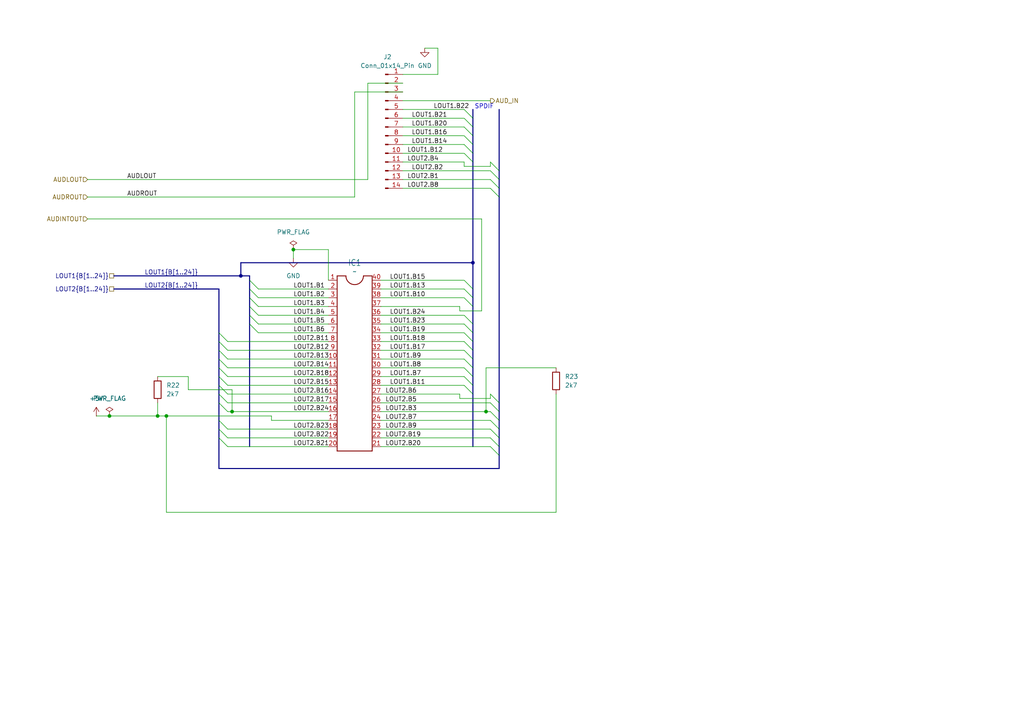
<source format=kicad_sch>
(kicad_sch
	(version 20250114)
	(generator "eeschema")
	(generator_version "9.0")
	(uuid "3e52fe32-0f8d-444f-8a4c-71cf9324a62d")
	(paper "A4")
	(lib_symbols
		(symbol "Connector:Conn_01x14_Pin"
			(pin_names
				(offset 1.016)
				(hide yes)
			)
			(exclude_from_sim no)
			(in_bom yes)
			(on_board yes)
			(property "Reference" "J"
				(at 0 17.78 0)
				(effects
					(font
						(size 1.27 1.27)
					)
				)
			)
			(property "Value" "Conn_01x14_Pin"
				(at 0 -20.32 0)
				(effects
					(font
						(size 1.27 1.27)
					)
				)
			)
			(property "Footprint" ""
				(at 0 0 0)
				(effects
					(font
						(size 1.27 1.27)
					)
					(hide yes)
				)
			)
			(property "Datasheet" "~"
				(at 0 0 0)
				(effects
					(font
						(size 1.27 1.27)
					)
					(hide yes)
				)
			)
			(property "Description" "Generic connector, single row, 01x14, script generated"
				(at 0 0 0)
				(effects
					(font
						(size 1.27 1.27)
					)
					(hide yes)
				)
			)
			(property "ki_locked" ""
				(at 0 0 0)
				(effects
					(font
						(size 1.27 1.27)
					)
				)
			)
			(property "ki_keywords" "connector"
				(at 0 0 0)
				(effects
					(font
						(size 1.27 1.27)
					)
					(hide yes)
				)
			)
			(property "ki_fp_filters" "Connector*:*_1x??_*"
				(at 0 0 0)
				(effects
					(font
						(size 1.27 1.27)
					)
					(hide yes)
				)
			)
			(symbol "Conn_01x14_Pin_1_1"
				(rectangle
					(start 0.8636 15.367)
					(end 0 15.113)
					(stroke
						(width 0.1524)
						(type default)
					)
					(fill
						(type outline)
					)
				)
				(rectangle
					(start 0.8636 12.827)
					(end 0 12.573)
					(stroke
						(width 0.1524)
						(type default)
					)
					(fill
						(type outline)
					)
				)
				(rectangle
					(start 0.8636 10.287)
					(end 0 10.033)
					(stroke
						(width 0.1524)
						(type default)
					)
					(fill
						(type outline)
					)
				)
				(rectangle
					(start 0.8636 7.747)
					(end 0 7.493)
					(stroke
						(width 0.1524)
						(type default)
					)
					(fill
						(type outline)
					)
				)
				(rectangle
					(start 0.8636 5.207)
					(end 0 4.953)
					(stroke
						(width 0.1524)
						(type default)
					)
					(fill
						(type outline)
					)
				)
				(rectangle
					(start 0.8636 2.667)
					(end 0 2.413)
					(stroke
						(width 0.1524)
						(type default)
					)
					(fill
						(type outline)
					)
				)
				(rectangle
					(start 0.8636 0.127)
					(end 0 -0.127)
					(stroke
						(width 0.1524)
						(type default)
					)
					(fill
						(type outline)
					)
				)
				(rectangle
					(start 0.8636 -2.413)
					(end 0 -2.667)
					(stroke
						(width 0.1524)
						(type default)
					)
					(fill
						(type outline)
					)
				)
				(rectangle
					(start 0.8636 -4.953)
					(end 0 -5.207)
					(stroke
						(width 0.1524)
						(type default)
					)
					(fill
						(type outline)
					)
				)
				(rectangle
					(start 0.8636 -7.493)
					(end 0 -7.747)
					(stroke
						(width 0.1524)
						(type default)
					)
					(fill
						(type outline)
					)
				)
				(rectangle
					(start 0.8636 -10.033)
					(end 0 -10.287)
					(stroke
						(width 0.1524)
						(type default)
					)
					(fill
						(type outline)
					)
				)
				(rectangle
					(start 0.8636 -12.573)
					(end 0 -12.827)
					(stroke
						(width 0.1524)
						(type default)
					)
					(fill
						(type outline)
					)
				)
				(rectangle
					(start 0.8636 -15.113)
					(end 0 -15.367)
					(stroke
						(width 0.1524)
						(type default)
					)
					(fill
						(type outline)
					)
				)
				(rectangle
					(start 0.8636 -17.653)
					(end 0 -17.907)
					(stroke
						(width 0.1524)
						(type default)
					)
					(fill
						(type outline)
					)
				)
				(polyline
					(pts
						(xy 1.27 15.24) (xy 0.8636 15.24)
					)
					(stroke
						(width 0.1524)
						(type default)
					)
					(fill
						(type none)
					)
				)
				(polyline
					(pts
						(xy 1.27 12.7) (xy 0.8636 12.7)
					)
					(stroke
						(width 0.1524)
						(type default)
					)
					(fill
						(type none)
					)
				)
				(polyline
					(pts
						(xy 1.27 10.16) (xy 0.8636 10.16)
					)
					(stroke
						(width 0.1524)
						(type default)
					)
					(fill
						(type none)
					)
				)
				(polyline
					(pts
						(xy 1.27 7.62) (xy 0.8636 7.62)
					)
					(stroke
						(width 0.1524)
						(type default)
					)
					(fill
						(type none)
					)
				)
				(polyline
					(pts
						(xy 1.27 5.08) (xy 0.8636 5.08)
					)
					(stroke
						(width 0.1524)
						(type default)
					)
					(fill
						(type none)
					)
				)
				(polyline
					(pts
						(xy 1.27 2.54) (xy 0.8636 2.54)
					)
					(stroke
						(width 0.1524)
						(type default)
					)
					(fill
						(type none)
					)
				)
				(polyline
					(pts
						(xy 1.27 0) (xy 0.8636 0)
					)
					(stroke
						(width 0.1524)
						(type default)
					)
					(fill
						(type none)
					)
				)
				(polyline
					(pts
						(xy 1.27 -2.54) (xy 0.8636 -2.54)
					)
					(stroke
						(width 0.1524)
						(type default)
					)
					(fill
						(type none)
					)
				)
				(polyline
					(pts
						(xy 1.27 -5.08) (xy 0.8636 -5.08)
					)
					(stroke
						(width 0.1524)
						(type default)
					)
					(fill
						(type none)
					)
				)
				(polyline
					(pts
						(xy 1.27 -7.62) (xy 0.8636 -7.62)
					)
					(stroke
						(width 0.1524)
						(type default)
					)
					(fill
						(type none)
					)
				)
				(polyline
					(pts
						(xy 1.27 -10.16) (xy 0.8636 -10.16)
					)
					(stroke
						(width 0.1524)
						(type default)
					)
					(fill
						(type none)
					)
				)
				(polyline
					(pts
						(xy 1.27 -12.7) (xy 0.8636 -12.7)
					)
					(stroke
						(width 0.1524)
						(type default)
					)
					(fill
						(type none)
					)
				)
				(polyline
					(pts
						(xy 1.27 -15.24) (xy 0.8636 -15.24)
					)
					(stroke
						(width 0.1524)
						(type default)
					)
					(fill
						(type none)
					)
				)
				(polyline
					(pts
						(xy 1.27 -17.78) (xy 0.8636 -17.78)
					)
					(stroke
						(width 0.1524)
						(type default)
					)
					(fill
						(type none)
					)
				)
				(pin passive line
					(at 5.08 15.24 180)
					(length 3.81)
					(name "Pin_1"
						(effects
							(font
								(size 1.27 1.27)
							)
						)
					)
					(number "1"
						(effects
							(font
								(size 1.27 1.27)
							)
						)
					)
				)
				(pin passive line
					(at 5.08 12.7 180)
					(length 3.81)
					(name "Pin_2"
						(effects
							(font
								(size 1.27 1.27)
							)
						)
					)
					(number "2"
						(effects
							(font
								(size 1.27 1.27)
							)
						)
					)
				)
				(pin passive line
					(at 5.08 10.16 180)
					(length 3.81)
					(name "Pin_3"
						(effects
							(font
								(size 1.27 1.27)
							)
						)
					)
					(number "3"
						(effects
							(font
								(size 1.27 1.27)
							)
						)
					)
				)
				(pin passive line
					(at 5.08 7.62 180)
					(length 3.81)
					(name "Pin_4"
						(effects
							(font
								(size 1.27 1.27)
							)
						)
					)
					(number "4"
						(effects
							(font
								(size 1.27 1.27)
							)
						)
					)
				)
				(pin passive line
					(at 5.08 5.08 180)
					(length 3.81)
					(name "Pin_5"
						(effects
							(font
								(size 1.27 1.27)
							)
						)
					)
					(number "5"
						(effects
							(font
								(size 1.27 1.27)
							)
						)
					)
				)
				(pin passive line
					(at 5.08 2.54 180)
					(length 3.81)
					(name "Pin_6"
						(effects
							(font
								(size 1.27 1.27)
							)
						)
					)
					(number "6"
						(effects
							(font
								(size 1.27 1.27)
							)
						)
					)
				)
				(pin passive line
					(at 5.08 0 180)
					(length 3.81)
					(name "Pin_7"
						(effects
							(font
								(size 1.27 1.27)
							)
						)
					)
					(number "7"
						(effects
							(font
								(size 1.27 1.27)
							)
						)
					)
				)
				(pin passive line
					(at 5.08 -2.54 180)
					(length 3.81)
					(name "Pin_8"
						(effects
							(font
								(size 1.27 1.27)
							)
						)
					)
					(number "8"
						(effects
							(font
								(size 1.27 1.27)
							)
						)
					)
				)
				(pin passive line
					(at 5.08 -5.08 180)
					(length 3.81)
					(name "Pin_9"
						(effects
							(font
								(size 1.27 1.27)
							)
						)
					)
					(number "9"
						(effects
							(font
								(size 1.27 1.27)
							)
						)
					)
				)
				(pin passive line
					(at 5.08 -7.62 180)
					(length 3.81)
					(name "Pin_10"
						(effects
							(font
								(size 1.27 1.27)
							)
						)
					)
					(number "10"
						(effects
							(font
								(size 1.27 1.27)
							)
						)
					)
				)
				(pin passive line
					(at 5.08 -10.16 180)
					(length 3.81)
					(name "Pin_11"
						(effects
							(font
								(size 1.27 1.27)
							)
						)
					)
					(number "11"
						(effects
							(font
								(size 1.27 1.27)
							)
						)
					)
				)
				(pin passive line
					(at 5.08 -12.7 180)
					(length 3.81)
					(name "Pin_12"
						(effects
							(font
								(size 1.27 1.27)
							)
						)
					)
					(number "12"
						(effects
							(font
								(size 1.27 1.27)
							)
						)
					)
				)
				(pin passive line
					(at 5.08 -15.24 180)
					(length 3.81)
					(name "Pin_13"
						(effects
							(font
								(size 1.27 1.27)
							)
						)
					)
					(number "13"
						(effects
							(font
								(size 1.27 1.27)
							)
						)
					)
				)
				(pin passive line
					(at 5.08 -17.78 180)
					(length 3.81)
					(name "Pin_14"
						(effects
							(font
								(size 1.27 1.27)
							)
						)
					)
					(number "14"
						(effects
							(font
								(size 1.27 1.27)
							)
						)
					)
				)
			)
			(embedded_fonts no)
		)
		(symbol "Device:R"
			(pin_numbers
				(hide yes)
			)
			(pin_names
				(offset 0)
			)
			(exclude_from_sim no)
			(in_bom yes)
			(on_board yes)
			(property "Reference" "R"
				(at 2.032 0 90)
				(effects
					(font
						(size 1.27 1.27)
					)
				)
			)
			(property "Value" "R"
				(at 0 0 90)
				(effects
					(font
						(size 1.27 1.27)
					)
				)
			)
			(property "Footprint" ""
				(at -1.778 0 90)
				(effects
					(font
						(size 1.27 1.27)
					)
					(hide yes)
				)
			)
			(property "Datasheet" "~"
				(at 0 0 0)
				(effects
					(font
						(size 1.27 1.27)
					)
					(hide yes)
				)
			)
			(property "Description" "Resistor"
				(at 0 0 0)
				(effects
					(font
						(size 1.27 1.27)
					)
					(hide yes)
				)
			)
			(property "ki_keywords" "R res resistor"
				(at 0 0 0)
				(effects
					(font
						(size 1.27 1.27)
					)
					(hide yes)
				)
			)
			(property "ki_fp_filters" "R_*"
				(at 0 0 0)
				(effects
					(font
						(size 1.27 1.27)
					)
					(hide yes)
				)
			)
			(symbol "R_0_1"
				(rectangle
					(start -1.016 -2.54)
					(end 1.016 2.54)
					(stroke
						(width 0.254)
						(type default)
					)
					(fill
						(type none)
					)
				)
			)
			(symbol "R_1_1"
				(pin passive line
					(at 0 3.81 270)
					(length 1.27)
					(name "~"
						(effects
							(font
								(size 1.27 1.27)
							)
						)
					)
					(number "1"
						(effects
							(font
								(size 1.27 1.27)
							)
						)
					)
				)
				(pin passive line
					(at 0 -3.81 90)
					(length 1.27)
					(name "~"
						(effects
							(font
								(size 1.27 1.27)
							)
						)
					)
					(number "2"
						(effects
							(font
								(size 1.27 1.27)
							)
						)
					)
				)
			)
			(embedded_fonts no)
		)
		(symbol "ic-package:DIL40"
			(exclude_from_sim no)
			(in_bom yes)
			(on_board yes)
			(property "Reference" "IC"
				(at -4.445 24.765 0)
				(effects
					(font
						(size 1.778 1.5113)
					)
					(justify left bottom)
				)
			)
			(property "Value" ""
				(at -4.445 -29.21 0)
				(effects
					(font
						(size 1.778 1.5113)
					)
					(justify left bottom)
				)
			)
			(property "Footprint" "ic-package:DIL40"
				(at 0 0 0)
				(effects
					(font
						(size 1.27 1.27)
					)
					(hide yes)
				)
			)
			(property "Datasheet" ""
				(at 0 0 0)
				(effects
					(font
						(size 1.27 1.27)
					)
					(hide yes)
				)
			)
			(property "Description" "Dual In Line"
				(at 0 0 0)
				(effects
					(font
						(size 1.27 1.27)
					)
					(hide yes)
				)
			)
			(property "ki_locked" ""
				(at 0 0 0)
				(effects
					(font
						(size 1.27 1.27)
					)
				)
			)
			(symbol "DIL40_1_0"
				(polyline
					(pts
						(xy -5.08 24.13) (xy -5.08 -26.67)
					)
					(stroke
						(width 0.254)
						(type solid)
					)
					(fill
						(type none)
					)
				)
				(polyline
					(pts
						(xy -5.08 24.13) (xy -2.54 24.13)
					)
					(stroke
						(width 0.254)
						(type solid)
					)
					(fill
						(type none)
					)
				)
				(polyline
					(pts
						(xy -5.08 -26.67) (xy 5.08 -26.67)
					)
					(stroke
						(width 0.254)
						(type solid)
					)
					(fill
						(type none)
					)
				)
				(arc
					(start 2.54 24.13)
					(mid 0 21.59)
					(end -2.54 24.13)
					(stroke
						(width 0.254)
						(type solid)
					)
					(fill
						(type none)
					)
				)
				(polyline
					(pts
						(xy 5.08 24.13) (xy 2.54 24.13)
					)
					(stroke
						(width 0.254)
						(type solid)
					)
					(fill
						(type none)
					)
				)
				(polyline
					(pts
						(xy 5.08 -26.67) (xy 5.08 24.13)
					)
					(stroke
						(width 0.254)
						(type solid)
					)
					(fill
						(type none)
					)
				)
				(pin passive line
					(at -7.62 22.86 0)
					(length 2.54)
					(name "1"
						(effects
							(font
								(size 0 0)
							)
						)
					)
					(number "1"
						(effects
							(font
								(size 1.27 1.27)
							)
						)
					)
				)
				(pin passive line
					(at -7.62 20.32 0)
					(length 2.54)
					(name "2"
						(effects
							(font
								(size 0 0)
							)
						)
					)
					(number "2"
						(effects
							(font
								(size 1.27 1.27)
							)
						)
					)
				)
				(pin passive line
					(at -7.62 17.78 0)
					(length 2.54)
					(name "3"
						(effects
							(font
								(size 0 0)
							)
						)
					)
					(number "3"
						(effects
							(font
								(size 1.27 1.27)
							)
						)
					)
				)
				(pin passive line
					(at -7.62 15.24 0)
					(length 2.54)
					(name "4"
						(effects
							(font
								(size 0 0)
							)
						)
					)
					(number "4"
						(effects
							(font
								(size 1.27 1.27)
							)
						)
					)
				)
				(pin passive line
					(at -7.62 12.7 0)
					(length 2.54)
					(name "5"
						(effects
							(font
								(size 0 0)
							)
						)
					)
					(number "5"
						(effects
							(font
								(size 1.27 1.27)
							)
						)
					)
				)
				(pin passive line
					(at -7.62 10.16 0)
					(length 2.54)
					(name "6"
						(effects
							(font
								(size 0 0)
							)
						)
					)
					(number "6"
						(effects
							(font
								(size 1.27 1.27)
							)
						)
					)
				)
				(pin passive line
					(at -7.62 7.62 0)
					(length 2.54)
					(name "7"
						(effects
							(font
								(size 0 0)
							)
						)
					)
					(number "7"
						(effects
							(font
								(size 1.27 1.27)
							)
						)
					)
				)
				(pin passive line
					(at -7.62 5.08 0)
					(length 2.54)
					(name "8"
						(effects
							(font
								(size 0 0)
							)
						)
					)
					(number "8"
						(effects
							(font
								(size 1.27 1.27)
							)
						)
					)
				)
				(pin passive line
					(at -7.62 2.54 0)
					(length 2.54)
					(name "9"
						(effects
							(font
								(size 0 0)
							)
						)
					)
					(number "9"
						(effects
							(font
								(size 1.27 1.27)
							)
						)
					)
				)
				(pin passive line
					(at -7.62 0 0)
					(length 2.54)
					(name "10"
						(effects
							(font
								(size 0 0)
							)
						)
					)
					(number "10"
						(effects
							(font
								(size 1.27 1.27)
							)
						)
					)
				)
				(pin passive line
					(at -7.62 -2.54 0)
					(length 2.54)
					(name "11"
						(effects
							(font
								(size 0 0)
							)
						)
					)
					(number "11"
						(effects
							(font
								(size 1.27 1.27)
							)
						)
					)
				)
				(pin passive line
					(at -7.62 -5.08 0)
					(length 2.54)
					(name "12"
						(effects
							(font
								(size 0 0)
							)
						)
					)
					(number "12"
						(effects
							(font
								(size 1.27 1.27)
							)
						)
					)
				)
				(pin passive line
					(at -7.62 -7.62 0)
					(length 2.54)
					(name "13"
						(effects
							(font
								(size 0 0)
							)
						)
					)
					(number "13"
						(effects
							(font
								(size 1.27 1.27)
							)
						)
					)
				)
				(pin passive line
					(at -7.62 -10.16 0)
					(length 2.54)
					(name "14"
						(effects
							(font
								(size 0 0)
							)
						)
					)
					(number "14"
						(effects
							(font
								(size 1.27 1.27)
							)
						)
					)
				)
				(pin passive line
					(at -7.62 -12.7 0)
					(length 2.54)
					(name "15"
						(effects
							(font
								(size 0 0)
							)
						)
					)
					(number "15"
						(effects
							(font
								(size 1.27 1.27)
							)
						)
					)
				)
				(pin passive line
					(at -7.62 -15.24 0)
					(length 2.54)
					(name "16"
						(effects
							(font
								(size 0 0)
							)
						)
					)
					(number "16"
						(effects
							(font
								(size 1.27 1.27)
							)
						)
					)
				)
				(pin passive line
					(at -7.62 -17.78 0)
					(length 2.54)
					(name "17"
						(effects
							(font
								(size 0 0)
							)
						)
					)
					(number "17"
						(effects
							(font
								(size 1.27 1.27)
							)
						)
					)
				)
				(pin passive line
					(at -7.62 -20.32 0)
					(length 2.54)
					(name "18"
						(effects
							(font
								(size 0 0)
							)
						)
					)
					(number "18"
						(effects
							(font
								(size 1.27 1.27)
							)
						)
					)
				)
				(pin passive line
					(at -7.62 -22.86 0)
					(length 2.54)
					(name "19"
						(effects
							(font
								(size 0 0)
							)
						)
					)
					(number "19"
						(effects
							(font
								(size 1.27 1.27)
							)
						)
					)
				)
				(pin passive line
					(at -7.62 -25.4 0)
					(length 2.54)
					(name "20"
						(effects
							(font
								(size 0 0)
							)
						)
					)
					(number "20"
						(effects
							(font
								(size 1.27 1.27)
							)
						)
					)
				)
				(pin passive line
					(at 7.62 22.86 180)
					(length 2.54)
					(name "40"
						(effects
							(font
								(size 0 0)
							)
						)
					)
					(number "40"
						(effects
							(font
								(size 1.27 1.27)
							)
						)
					)
				)
				(pin passive line
					(at 7.62 20.32 180)
					(length 2.54)
					(name "39"
						(effects
							(font
								(size 0 0)
							)
						)
					)
					(number "39"
						(effects
							(font
								(size 1.27 1.27)
							)
						)
					)
				)
				(pin passive line
					(at 7.62 17.78 180)
					(length 2.54)
					(name "38"
						(effects
							(font
								(size 0 0)
							)
						)
					)
					(number "38"
						(effects
							(font
								(size 1.27 1.27)
							)
						)
					)
				)
				(pin passive line
					(at 7.62 15.24 180)
					(length 2.54)
					(name "37"
						(effects
							(font
								(size 0 0)
							)
						)
					)
					(number "37"
						(effects
							(font
								(size 1.27 1.27)
							)
						)
					)
				)
				(pin passive line
					(at 7.62 12.7 180)
					(length 2.54)
					(name "36"
						(effects
							(font
								(size 0 0)
							)
						)
					)
					(number "36"
						(effects
							(font
								(size 1.27 1.27)
							)
						)
					)
				)
				(pin passive line
					(at 7.62 10.16 180)
					(length 2.54)
					(name "35"
						(effects
							(font
								(size 0 0)
							)
						)
					)
					(number "35"
						(effects
							(font
								(size 1.27 1.27)
							)
						)
					)
				)
				(pin passive line
					(at 7.62 7.62 180)
					(length 2.54)
					(name "34"
						(effects
							(font
								(size 0 0)
							)
						)
					)
					(number "34"
						(effects
							(font
								(size 1.27 1.27)
							)
						)
					)
				)
				(pin passive line
					(at 7.62 5.08 180)
					(length 2.54)
					(name "33"
						(effects
							(font
								(size 0 0)
							)
						)
					)
					(number "33"
						(effects
							(font
								(size 1.27 1.27)
							)
						)
					)
				)
				(pin passive line
					(at 7.62 2.54 180)
					(length 2.54)
					(name "32"
						(effects
							(font
								(size 0 0)
							)
						)
					)
					(number "32"
						(effects
							(font
								(size 1.27 1.27)
							)
						)
					)
				)
				(pin passive line
					(at 7.62 0 180)
					(length 2.54)
					(name "31"
						(effects
							(font
								(size 0 0)
							)
						)
					)
					(number "31"
						(effects
							(font
								(size 1.27 1.27)
							)
						)
					)
				)
				(pin passive line
					(at 7.62 -2.54 180)
					(length 2.54)
					(name "30"
						(effects
							(font
								(size 0 0)
							)
						)
					)
					(number "30"
						(effects
							(font
								(size 1.27 1.27)
							)
						)
					)
				)
				(pin passive line
					(at 7.62 -5.08 180)
					(length 2.54)
					(name "29"
						(effects
							(font
								(size 0 0)
							)
						)
					)
					(number "29"
						(effects
							(font
								(size 1.27 1.27)
							)
						)
					)
				)
				(pin passive line
					(at 7.62 -7.62 180)
					(length 2.54)
					(name "28"
						(effects
							(font
								(size 0 0)
							)
						)
					)
					(number "28"
						(effects
							(font
								(size 1.27 1.27)
							)
						)
					)
				)
				(pin passive line
					(at 7.62 -10.16 180)
					(length 2.54)
					(name "27"
						(effects
							(font
								(size 0 0)
							)
						)
					)
					(number "27"
						(effects
							(font
								(size 1.27 1.27)
							)
						)
					)
				)
				(pin passive line
					(at 7.62 -12.7 180)
					(length 2.54)
					(name "26"
						(effects
							(font
								(size 0 0)
							)
						)
					)
					(number "26"
						(effects
							(font
								(size 1.27 1.27)
							)
						)
					)
				)
				(pin passive line
					(at 7.62 -15.24 180)
					(length 2.54)
					(name "25"
						(effects
							(font
								(size 0 0)
							)
						)
					)
					(number "25"
						(effects
							(font
								(size 1.27 1.27)
							)
						)
					)
				)
				(pin passive line
					(at 7.62 -17.78 180)
					(length 2.54)
					(name "24"
						(effects
							(font
								(size 0 0)
							)
						)
					)
					(number "24"
						(effects
							(font
								(size 1.27 1.27)
							)
						)
					)
				)
				(pin passive line
					(at 7.62 -20.32 180)
					(length 2.54)
					(name "23"
						(effects
							(font
								(size 0 0)
							)
						)
					)
					(number "23"
						(effects
							(font
								(size 1.27 1.27)
							)
						)
					)
				)
				(pin passive line
					(at 7.62 -22.86 180)
					(length 2.54)
					(name "22"
						(effects
							(font
								(size 0 0)
							)
						)
					)
					(number "22"
						(effects
							(font
								(size 1.27 1.27)
							)
						)
					)
				)
				(pin passive line
					(at 7.62 -25.4 180)
					(length 2.54)
					(name "21"
						(effects
							(font
								(size 0 0)
							)
						)
					)
					(number "21"
						(effects
							(font
								(size 1.27 1.27)
							)
						)
					)
				)
			)
			(embedded_fonts no)
		)
		(symbol "power:+5V"
			(power)
			(pin_numbers
				(hide yes)
			)
			(pin_names
				(offset 0)
				(hide yes)
			)
			(exclude_from_sim no)
			(in_bom yes)
			(on_board yes)
			(property "Reference" "#PWR"
				(at 0 -3.81 0)
				(effects
					(font
						(size 1.27 1.27)
					)
					(hide yes)
				)
			)
			(property "Value" "+5V"
				(at 0 3.556 0)
				(effects
					(font
						(size 1.27 1.27)
					)
				)
			)
			(property "Footprint" ""
				(at 0 0 0)
				(effects
					(font
						(size 1.27 1.27)
					)
					(hide yes)
				)
			)
			(property "Datasheet" ""
				(at 0 0 0)
				(effects
					(font
						(size 1.27 1.27)
					)
					(hide yes)
				)
			)
			(property "Description" "Power symbol creates a global label with name \"+5V\""
				(at 0 0 0)
				(effects
					(font
						(size 1.27 1.27)
					)
					(hide yes)
				)
			)
			(property "ki_keywords" "global power"
				(at 0 0 0)
				(effects
					(font
						(size 1.27 1.27)
					)
					(hide yes)
				)
			)
			(symbol "+5V_0_1"
				(polyline
					(pts
						(xy -0.762 1.27) (xy 0 2.54)
					)
					(stroke
						(width 0)
						(type default)
					)
					(fill
						(type none)
					)
				)
				(polyline
					(pts
						(xy 0 2.54) (xy 0.762 1.27)
					)
					(stroke
						(width 0)
						(type default)
					)
					(fill
						(type none)
					)
				)
				(polyline
					(pts
						(xy 0 0) (xy 0 2.54)
					)
					(stroke
						(width 0)
						(type default)
					)
					(fill
						(type none)
					)
				)
			)
			(symbol "+5V_1_1"
				(pin power_in line
					(at 0 0 90)
					(length 0)
					(name "~"
						(effects
							(font
								(size 1.27 1.27)
							)
						)
					)
					(number "1"
						(effects
							(font
								(size 1.27 1.27)
							)
						)
					)
				)
			)
			(embedded_fonts no)
		)
		(symbol "power:GND"
			(power)
			(pin_numbers
				(hide yes)
			)
			(pin_names
				(offset 0)
				(hide yes)
			)
			(exclude_from_sim no)
			(in_bom yes)
			(on_board yes)
			(property "Reference" "#PWR"
				(at 0 -6.35 0)
				(effects
					(font
						(size 1.27 1.27)
					)
					(hide yes)
				)
			)
			(property "Value" "GND"
				(at 0 -3.81 0)
				(effects
					(font
						(size 1.27 1.27)
					)
				)
			)
			(property "Footprint" ""
				(at 0 0 0)
				(effects
					(font
						(size 1.27 1.27)
					)
					(hide yes)
				)
			)
			(property "Datasheet" ""
				(at 0 0 0)
				(effects
					(font
						(size 1.27 1.27)
					)
					(hide yes)
				)
			)
			(property "Description" "Power symbol creates a global label with name \"GND\" , ground"
				(at 0 0 0)
				(effects
					(font
						(size 1.27 1.27)
					)
					(hide yes)
				)
			)
			(property "ki_keywords" "global power"
				(at 0 0 0)
				(effects
					(font
						(size 1.27 1.27)
					)
					(hide yes)
				)
			)
			(symbol "GND_0_1"
				(polyline
					(pts
						(xy 0 0) (xy 0 -1.27) (xy 1.27 -1.27) (xy 0 -2.54) (xy -1.27 -1.27) (xy 0 -1.27)
					)
					(stroke
						(width 0)
						(type default)
					)
					(fill
						(type none)
					)
				)
			)
			(symbol "GND_1_1"
				(pin power_in line
					(at 0 0 270)
					(length 0)
					(name "~"
						(effects
							(font
								(size 1.27 1.27)
							)
						)
					)
					(number "1"
						(effects
							(font
								(size 1.27 1.27)
							)
						)
					)
				)
			)
			(embedded_fonts no)
		)
		(symbol "power:PWR_FLAG"
			(power)
			(pin_numbers
				(hide yes)
			)
			(pin_names
				(offset 0)
				(hide yes)
			)
			(exclude_from_sim no)
			(in_bom yes)
			(on_board yes)
			(property "Reference" "#FLG"
				(at 0 1.905 0)
				(effects
					(font
						(size 1.27 1.27)
					)
					(hide yes)
				)
			)
			(property "Value" "PWR_FLAG"
				(at 0 3.81 0)
				(effects
					(font
						(size 1.27 1.27)
					)
				)
			)
			(property "Footprint" ""
				(at 0 0 0)
				(effects
					(font
						(size 1.27 1.27)
					)
					(hide yes)
				)
			)
			(property "Datasheet" "~"
				(at 0 0 0)
				(effects
					(font
						(size 1.27 1.27)
					)
					(hide yes)
				)
			)
			(property "Description" "Special symbol for telling ERC where power comes from"
				(at 0 0 0)
				(effects
					(font
						(size 1.27 1.27)
					)
					(hide yes)
				)
			)
			(property "ki_keywords" "flag power"
				(at 0 0 0)
				(effects
					(font
						(size 1.27 1.27)
					)
					(hide yes)
				)
			)
			(symbol "PWR_FLAG_0_0"
				(pin power_out line
					(at 0 0 90)
					(length 0)
					(name "~"
						(effects
							(font
								(size 1.27 1.27)
							)
						)
					)
					(number "1"
						(effects
							(font
								(size 1.27 1.27)
							)
						)
					)
				)
			)
			(symbol "PWR_FLAG_0_1"
				(polyline
					(pts
						(xy 0 0) (xy 0 1.27) (xy -1.016 1.905) (xy 0 2.54) (xy 1.016 1.905) (xy 0 1.27)
					)
					(stroke
						(width 0)
						(type default)
					)
					(fill
						(type none)
					)
				)
			)
			(embedded_fonts no)
		)
	)
	(text "SPDIF\n"
		(exclude_from_sim no)
		(at 140.462 30.988 0)
		(effects
			(font
				(size 1.27 1.27)
			)
		)
		(uuid "bdf5216a-1031-4e65-9f90-27b7d381ca62")
	)
	(junction
		(at 85.09 72.39)
		(diameter 0)
		(color 0 0 0 0)
		(uuid "1ed64289-6c81-40b0-933e-0fa754e83a14")
	)
	(junction
		(at 48.26 120.65)
		(diameter 0)
		(color 0 0 0 0)
		(uuid "1f70c89c-7b3b-46d2-89f6-eb0c9fff615c")
	)
	(junction
		(at 67.31 119.38)
		(diameter 0)
		(color 0 0 0 0)
		(uuid "5b5160c6-32bb-4d52-8415-dcf8eefc0d69")
	)
	(junction
		(at 69.85 80.01)
		(diameter 0)
		(color 0 0 0 0)
		(uuid "6287a479-b8c2-4873-842c-0634087fdc03")
	)
	(junction
		(at 140.97 119.38)
		(diameter 0)
		(color 0 0 0 0)
		(uuid "65f267ff-d803-461f-a3ca-3ce2b63e5d07")
	)
	(junction
		(at 137.16 76.2)
		(diameter 0)
		(color 0 0 0 0)
		(uuid "697f330f-a510-4237-91b2-cd15856b75cb")
	)
	(junction
		(at 31.75 120.65)
		(diameter 0)
		(color 0 0 0 0)
		(uuid "7408d0ee-448a-47be-aa7f-504b60ec17d3")
	)
	(junction
		(at 45.72 120.65)
		(diameter 0)
		(color 0 0 0 0)
		(uuid "d207a208-5c2c-485b-acb3-a0d8d57ba789")
	)
	(bus_entry
		(at 142.24 49.53)
		(size 2.54 2.54)
		(stroke
			(width 0)
			(type default)
		)
		(uuid "050c9838-8243-4f67-ad11-abc2653b93bd")
	)
	(bus_entry
		(at 142.24 54.61)
		(size 2.54 2.54)
		(stroke
			(width 0)
			(type default)
		)
		(uuid "09cab446-24b1-4ee7-95b8-f2ab8219211b")
	)
	(bus_entry
		(at 63.5 127)
		(size 2.54 2.54)
		(stroke
			(width 0)
			(type default)
		)
		(uuid "0e572f50-b640-42ef-8515-4b6913bab623")
	)
	(bus_entry
		(at 134.62 34.29)
		(size 2.54 2.54)
		(stroke
			(width 0)
			(type default)
		)
		(uuid "14f587f4-6caa-4301-9404-78c23cf6a79d")
	)
	(bus_entry
		(at 142.24 124.46)
		(size 2.54 2.54)
		(stroke
			(width 0)
			(type default)
		)
		(uuid "153077f9-5d19-4568-a465-28fbc8fea6da")
	)
	(bus_entry
		(at 72.39 91.44)
		(size 2.54 2.54)
		(stroke
			(width 0)
			(type default)
		)
		(uuid "1be03352-0ae0-49fc-8215-978b2ed0658a")
	)
	(bus_entry
		(at 142.24 127)
		(size 2.54 2.54)
		(stroke
			(width 0)
			(type default)
		)
		(uuid "243bff0e-6a41-4b18-8781-aee9e2a4e7b5")
	)
	(bus_entry
		(at 72.39 93.98)
		(size 2.54 2.54)
		(stroke
			(width 0)
			(type default)
		)
		(uuid "2755c062-79b5-41d3-aea8-5d6c81f0e043")
	)
	(bus_entry
		(at 134.62 99.06)
		(size 2.54 2.54)
		(stroke
			(width 0)
			(type default)
		)
		(uuid "335ce8c2-cfe0-4cad-99e8-01c7cbf8b051")
	)
	(bus_entry
		(at 134.62 86.36)
		(size 2.54 2.54)
		(stroke
			(width 0)
			(type default)
		)
		(uuid "39f95e2e-6b75-4df3-b5a3-a5fecda17101")
	)
	(bus_entry
		(at 142.24 119.38)
		(size 2.54 2.54)
		(stroke
			(width 0)
			(type default)
		)
		(uuid "3c369725-c25a-4c04-98f0-5ec92ee04f76")
	)
	(bus_entry
		(at 134.62 41.91)
		(size 2.54 2.54)
		(stroke
			(width 0)
			(type default)
		)
		(uuid "40b17327-46df-41c5-b61b-ac78c63e0056")
	)
	(bus_entry
		(at 72.39 83.82)
		(size 2.54 2.54)
		(stroke
			(width 0)
			(type default)
		)
		(uuid "459e22c6-0e9f-45a2-b097-ca79e2aa7563")
	)
	(bus_entry
		(at 63.5 101.6)
		(size 2.54 2.54)
		(stroke
			(width 0)
			(type default)
		)
		(uuid "4d04998c-a34e-42cd-a563-587e57815427")
	)
	(bus_entry
		(at 63.5 121.92)
		(size 2.54 2.54)
		(stroke
			(width 0)
			(type default)
		)
		(uuid "55bde1c0-5a8a-44af-83c6-3882f0eaeb0d")
	)
	(bus_entry
		(at 134.62 104.14)
		(size 2.54 2.54)
		(stroke
			(width 0)
			(type default)
		)
		(uuid "5913b8f6-199f-4998-a8e2-2226a99ded44")
	)
	(bus_entry
		(at 134.62 96.52)
		(size 2.54 2.54)
		(stroke
			(width 0)
			(type default)
		)
		(uuid "59e3d941-85ce-4a7c-8a8b-416ec603c73e")
	)
	(bus_entry
		(at 134.62 39.37)
		(size 2.54 2.54)
		(stroke
			(width 0)
			(type default)
		)
		(uuid "5a5016d3-1196-4146-9f7b-956e25620f65")
	)
	(bus_entry
		(at 63.5 109.22)
		(size 2.54 2.54)
		(stroke
			(width 0)
			(type default)
		)
		(uuid "5be643fa-7d89-40e1-86f6-253868d14a6b")
	)
	(bus_entry
		(at 63.5 114.3)
		(size 2.54 2.54)
		(stroke
			(width 0)
			(type default)
		)
		(uuid "5e7c2e5f-1f0d-40b6-a180-64cf039070b2")
	)
	(bus_entry
		(at 142.24 116.84)
		(size 2.54 2.54)
		(stroke
			(width 0)
			(type default)
		)
		(uuid "61395f60-74af-45a7-91a7-4788dfb103c0")
	)
	(bus_entry
		(at 134.62 81.28)
		(size 2.54 2.54)
		(stroke
			(width 0)
			(type default)
		)
		(uuid "65caad60-72a7-4d96-a14e-a8108f0bc006")
	)
	(bus_entry
		(at 142.24 121.92)
		(size 2.54 2.54)
		(stroke
			(width 0)
			(type default)
		)
		(uuid "7767f52c-c30e-46a6-bdfd-36cdaecd2758")
	)
	(bus_entry
		(at 142.24 129.54)
		(size 2.54 2.54)
		(stroke
			(width 0)
			(type default)
		)
		(uuid "7f7d014a-2d6e-48f3-9b6b-6990ace70520")
	)
	(bus_entry
		(at 134.62 101.6)
		(size 2.54 2.54)
		(stroke
			(width 0)
			(type default)
		)
		(uuid "836a8a2d-dbcd-4fe9-92c1-b6cdbacda8f3")
	)
	(bus_entry
		(at 72.39 81.28)
		(size 2.54 2.54)
		(stroke
			(width 0)
			(type default)
		)
		(uuid "89216565-94df-4b9f-98a4-82e55fdcd2c5")
	)
	(bus_entry
		(at 142.24 46.99)
		(size 2.54 2.54)
		(stroke
			(width 0)
			(type default)
		)
		(uuid "939cbdcd-98c2-43bd-8b86-efb19fa50974")
	)
	(bus_entry
		(at 134.62 36.83)
		(size 2.54 2.54)
		(stroke
			(width 0)
			(type default)
		)
		(uuid "94395d14-b53d-496b-bdd0-4f2de0ceb139")
	)
	(bus_entry
		(at 72.39 88.9)
		(size 2.54 2.54)
		(stroke
			(width 0)
			(type default)
		)
		(uuid "967bc622-c685-4f98-a7e2-2efe8820a264")
	)
	(bus_entry
		(at 142.24 114.3)
		(size 2.54 2.54)
		(stroke
			(width 0)
			(type default)
		)
		(uuid "a4753edf-4657-4db5-9204-10085c04e8b3")
	)
	(bus_entry
		(at 63.5 111.76)
		(size 2.54 2.54)
		(stroke
			(width 0)
			(type default)
		)
		(uuid "a4d3b44c-754a-48c1-9d85-25d43119e784")
	)
	(bus_entry
		(at 63.5 106.68)
		(size 2.54 2.54)
		(stroke
			(width 0)
			(type default)
		)
		(uuid "ac2a21b4-c885-489b-8435-293727e13443")
	)
	(bus_entry
		(at 134.62 93.98)
		(size 2.54 2.54)
		(stroke
			(width 0)
			(type default)
		)
		(uuid "afe5f1f5-eca8-4e50-8090-d4b048e722ec")
	)
	(bus_entry
		(at 134.62 109.22)
		(size 2.54 2.54)
		(stroke
			(width 0)
			(type default)
		)
		(uuid "b5d9a62e-2ea2-430d-b5ab-416c20576200")
	)
	(bus_entry
		(at 134.62 111.76)
		(size 2.54 2.54)
		(stroke
			(width 0)
			(type default)
		)
		(uuid "b874086a-fa21-43ed-97aa-20ef6e50705a")
	)
	(bus_entry
		(at 134.62 106.68)
		(size 2.54 2.54)
		(stroke
			(width 0)
			(type default)
		)
		(uuid "bcaf71aa-1852-4072-a33b-c87c55f4e036")
	)
	(bus_entry
		(at 63.5 99.06)
		(size 2.54 2.54)
		(stroke
			(width 0)
			(type default)
		)
		(uuid "c901e74d-fe86-42ec-aaf0-4fa0d05b55db")
	)
	(bus_entry
		(at 134.62 44.45)
		(size 2.54 2.54)
		(stroke
			(width 0)
			(type default)
		)
		(uuid "ca10f46b-ed41-4ab5-8130-5c51781d94df")
	)
	(bus_entry
		(at 72.39 86.36)
		(size 2.54 2.54)
		(stroke
			(width 0)
			(type default)
		)
		(uuid "ca987206-4c20-4a53-b3a2-179baa5ff5a3")
	)
	(bus_entry
		(at 134.62 91.44)
		(size 2.54 2.54)
		(stroke
			(width 0)
			(type default)
		)
		(uuid "cb884656-260e-4bb5-85de-8923e55cb252")
	)
	(bus_entry
		(at 63.5 104.14)
		(size 2.54 2.54)
		(stroke
			(width 0)
			(type default)
		)
		(uuid "d1da8a1d-c9e4-4920-af31-6342d943f3fe")
	)
	(bus_entry
		(at 134.62 31.75)
		(size 2.54 2.54)
		(stroke
			(width 0)
			(type default)
		)
		(uuid "d2d69212-4ed9-49cd-99bd-253bb6113af0")
	)
	(bus_entry
		(at 63.5 124.46)
		(size 2.54 2.54)
		(stroke
			(width 0)
			(type default)
		)
		(uuid "d5156531-509f-4d9b-8fd9-48a8677bfba9")
	)
	(bus_entry
		(at 63.5 116.84)
		(size 2.54 2.54)
		(stroke
			(width 0)
			(type default)
		)
		(uuid "dab3ba6e-3533-48be-89c0-420da67184a7")
	)
	(bus_entry
		(at 134.62 83.82)
		(size 2.54 2.54)
		(stroke
			(width 0)
			(type default)
		)
		(uuid "e5718ede-5e32-4d53-bb3b-87c2f77d0312")
	)
	(bus_entry
		(at 142.24 52.07)
		(size 2.54 2.54)
		(stroke
			(width 0)
			(type default)
		)
		(uuid "ecb61efa-68fb-470d-9c3b-bd28b740d3bb")
	)
	(bus_entry
		(at 63.5 96.52)
		(size 2.54 2.54)
		(stroke
			(width 0)
			(type default)
		)
		(uuid "f633d68c-7db0-4281-bf23-cc62bf868564")
	)
	(wire
		(pts
			(xy 102.87 26.67) (xy 116.84 26.67)
		)
		(stroke
			(width 0)
			(type default)
		)
		(uuid "0236241e-2731-4d68-89f6-f5905efee16f")
	)
	(bus
		(pts
			(xy 63.5 124.46) (xy 63.5 127)
		)
		(stroke
			(width 0)
			(type default)
		)
		(uuid "029399e6-ca46-4235-a666-999fcae58153")
	)
	(bus
		(pts
			(xy 69.85 80.01) (xy 72.39 80.01)
		)
		(stroke
			(width 0)
			(type default)
		)
		(uuid "029630fe-2926-4778-aec9-3dafabcff4e8")
	)
	(wire
		(pts
			(xy 110.49 106.68) (xy 134.62 106.68)
		)
		(stroke
			(width 0)
			(type default)
		)
		(uuid "03561c29-05c7-4aa0-ad47-27bcd668a7fb")
	)
	(wire
		(pts
			(xy 85.09 72.39) (xy 85.09 74.93)
		)
		(stroke
			(width 0)
			(type default)
		)
		(uuid "0b1e68fe-6f45-4a8b-9467-5afa2299fc4b")
	)
	(bus
		(pts
			(xy 69.85 76.2) (xy 137.16 76.2)
		)
		(stroke
			(width 0)
			(type default)
		)
		(uuid "0b821a19-6907-4548-81bc-63380d8f14c6")
	)
	(bus
		(pts
			(xy 137.16 114.3) (xy 137.16 129.54)
		)
		(stroke
			(width 0)
			(type default)
		)
		(uuid "0c06b78e-622c-46d4-a94e-40d53783f648")
	)
	(wire
		(pts
			(xy 140.97 106.68) (xy 140.97 119.38)
		)
		(stroke
			(width 0)
			(type default)
		)
		(uuid "14e6e2f0-20e2-4292-b4ed-0924ba2f08d4")
	)
	(bus
		(pts
			(xy 72.39 86.36) (xy 72.39 88.9)
		)
		(stroke
			(width 0)
			(type default)
		)
		(uuid "151147df-5d0c-4281-ba80-0f32bf91d11e")
	)
	(wire
		(pts
			(xy 110.49 104.14) (xy 134.62 104.14)
		)
		(stroke
			(width 0)
			(type default)
		)
		(uuid "15e2b927-5703-4e34-b25a-2448c74ace7c")
	)
	(wire
		(pts
			(xy 95.25 81.28) (xy 95.25 72.39)
		)
		(stroke
			(width 0)
			(type default)
		)
		(uuid "16c1d50b-b7cb-403e-be4b-3e8e2f0e6c06")
	)
	(wire
		(pts
			(xy 110.49 121.92) (xy 142.24 121.92)
		)
		(stroke
			(width 0)
			(type default)
		)
		(uuid "17629188-54d5-46bc-9efc-da86b30c0e8a")
	)
	(wire
		(pts
			(xy 127 21.59) (xy 127 13.97)
		)
		(stroke
			(width 0)
			(type default)
		)
		(uuid "18f66858-ea82-47ae-918c-a9a9054466d9")
	)
	(wire
		(pts
			(xy 110.49 111.76) (xy 134.62 111.76)
		)
		(stroke
			(width 0)
			(type default)
		)
		(uuid "1aacca5e-148e-4724-88d9-a331511d8fd4")
	)
	(bus
		(pts
			(xy 137.16 34.29) (xy 137.16 36.83)
		)
		(stroke
			(width 0)
			(type default)
		)
		(uuid "1c4594a6-0e41-45b7-a0a6-e2612890502b")
	)
	(bus
		(pts
			(xy 144.78 127) (xy 144.78 129.54)
		)
		(stroke
			(width 0)
			(type default)
		)
		(uuid "1ff5fc7c-c5fa-49e1-bae1-0b3d356ca21c")
	)
	(wire
		(pts
			(xy 110.49 88.9) (xy 133.35 88.9)
		)
		(stroke
			(width 0)
			(type default)
		)
		(uuid "2006c9af-6aa2-4b4c-8975-da98b1c774f3")
	)
	(bus
		(pts
			(xy 33.02 80.01) (xy 69.85 80.01)
		)
		(stroke
			(width 0)
			(type default)
		)
		(uuid "202d6e19-ffa7-46f1-907b-d5f4341b8b9d")
	)
	(wire
		(pts
			(xy 106.68 24.13) (xy 116.84 24.13)
		)
		(stroke
			(width 0)
			(type default)
		)
		(uuid "2262dee3-4672-4b46-b55f-1e3b8ff9f826")
	)
	(wire
		(pts
			(xy 142.24 115.57) (xy 142.24 114.3)
		)
		(stroke
			(width 0)
			(type default)
		)
		(uuid "25af294d-6157-47da-8d8a-9ce5a960c163")
	)
	(bus
		(pts
			(xy 63.5 104.14) (xy 63.5 106.68)
		)
		(stroke
			(width 0)
			(type default)
		)
		(uuid "26c26ed3-c547-43d0-9503-b41406f43743")
	)
	(bus
		(pts
			(xy 137.16 111.76) (xy 137.16 114.3)
		)
		(stroke
			(width 0)
			(type default)
		)
		(uuid "270eb08a-10f8-4e1e-85ca-7f7156c6458b")
	)
	(wire
		(pts
			(xy 54.61 109.22) (xy 45.72 109.22)
		)
		(stroke
			(width 0)
			(type default)
		)
		(uuid "279e2d97-ed97-4a76-a549-a637b3e57aad")
	)
	(bus
		(pts
			(xy 63.5 109.22) (xy 63.5 111.76)
		)
		(stroke
			(width 0)
			(type default)
		)
		(uuid "2a856bd8-9653-4ca4-94ce-62d338fa7baf")
	)
	(wire
		(pts
			(xy 78.74 120.65) (xy 78.74 121.92)
		)
		(stroke
			(width 0)
			(type default)
		)
		(uuid "2ab6cc20-823a-484d-8cfe-06bce0de893e")
	)
	(wire
		(pts
			(xy 66.04 101.6) (xy 95.25 101.6)
		)
		(stroke
			(width 0)
			(type default)
		)
		(uuid "2c06d63a-dab4-4f53-bf8e-655156578777")
	)
	(wire
		(pts
			(xy 102.87 57.15) (xy 102.87 26.67)
		)
		(stroke
			(width 0)
			(type default)
		)
		(uuid "2c7139ab-0698-41a5-a80d-58ee6ef542a5")
	)
	(wire
		(pts
			(xy 48.26 148.59) (xy 161.29 148.59)
		)
		(stroke
			(width 0)
			(type default)
		)
		(uuid "32beb692-189d-4933-8950-a2c1f6f78ad5")
	)
	(wire
		(pts
			(xy 116.84 41.91) (xy 134.62 41.91)
		)
		(stroke
			(width 0)
			(type default)
		)
		(uuid "387df8df-ebd4-4d4a-92f9-6209683ec802")
	)
	(bus
		(pts
			(xy 63.5 116.84) (xy 63.5 121.92)
		)
		(stroke
			(width 0)
			(type default)
		)
		(uuid "3a50f47c-8239-4b36-b98a-26c1b7bf44d5")
	)
	(wire
		(pts
			(xy 74.93 96.52) (xy 95.25 96.52)
		)
		(stroke
			(width 0)
			(type default)
		)
		(uuid "3c65e2a6-5920-46c5-ac48-e38488ff6246")
	)
	(wire
		(pts
			(xy 74.93 83.82) (xy 95.25 83.82)
		)
		(stroke
			(width 0)
			(type default)
		)
		(uuid "417fac57-21ae-4ab3-a27e-c9e94f2cb779")
	)
	(wire
		(pts
			(xy 45.72 116.84) (xy 45.72 120.65)
		)
		(stroke
			(width 0)
			(type default)
		)
		(uuid "42c7f8a5-c476-4bc4-81b0-59d26d639640")
	)
	(bus
		(pts
			(xy 63.5 111.76) (xy 63.5 114.3)
		)
		(stroke
			(width 0)
			(type default)
		)
		(uuid "442ccb2a-d272-4200-a435-e1e7e95bdaa0")
	)
	(bus
		(pts
			(xy 63.5 83.82) (xy 63.5 96.52)
		)
		(stroke
			(width 0)
			(type default)
		)
		(uuid "44612bbe-3d96-4e4a-8c53-8ee3de8edc6f")
	)
	(bus
		(pts
			(xy 137.16 76.2) (xy 137.16 83.82)
		)
		(stroke
			(width 0)
			(type default)
		)
		(uuid "4618e9cd-50a3-4ecb-9e0a-9e542ab218eb")
	)
	(bus
		(pts
			(xy 137.16 109.22) (xy 137.16 111.76)
		)
		(stroke
			(width 0)
			(type default)
		)
		(uuid "494d50a4-5875-40b4-8cbd-f2b93ef89e52")
	)
	(wire
		(pts
			(xy 66.04 116.84) (xy 95.25 116.84)
		)
		(stroke
			(width 0)
			(type default)
		)
		(uuid "495fe3e3-de88-4cbc-bf0c-15867145ce21")
	)
	(wire
		(pts
			(xy 78.74 121.92) (xy 95.25 121.92)
		)
		(stroke
			(width 0)
			(type default)
		)
		(uuid "4bd1430a-fe7d-42be-b876-d69e2d978aa0")
	)
	(wire
		(pts
			(xy 25.4 52.07) (xy 106.68 52.07)
		)
		(stroke
			(width 0)
			(type default)
		)
		(uuid "4cdc2726-6f17-461f-b875-2052ff95b42e")
	)
	(wire
		(pts
			(xy 110.49 109.22) (xy 134.62 109.22)
		)
		(stroke
			(width 0)
			(type default)
		)
		(uuid "4d8cdff2-89e4-4527-932c-5c8a3d1e3942")
	)
	(bus
		(pts
			(xy 137.16 44.45) (xy 137.16 46.99)
		)
		(stroke
			(width 0)
			(type default)
		)
		(uuid "4f090892-3af1-41bb-8f1b-a13a91131141")
	)
	(bus
		(pts
			(xy 137.16 36.83) (xy 137.16 39.37)
		)
		(stroke
			(width 0)
			(type default)
		)
		(uuid "504c8e4c-0ceb-47cb-9d6d-4be1a706d6bd")
	)
	(wire
		(pts
			(xy 74.93 88.9) (xy 95.25 88.9)
		)
		(stroke
			(width 0)
			(type default)
		)
		(uuid "52a40d22-96d8-4ce1-80f1-0dfbfffac197")
	)
	(wire
		(pts
			(xy 116.84 36.83) (xy 134.62 36.83)
		)
		(stroke
			(width 0)
			(type default)
		)
		(uuid "53f395d5-e0b7-428b-943e-7abd9f7a1466")
	)
	(wire
		(pts
			(xy 110.49 119.38) (xy 140.97 119.38)
		)
		(stroke
			(width 0)
			(type default)
		)
		(uuid "5467da68-ac2e-480b-b2b5-5c9e0c99d9bc")
	)
	(wire
		(pts
			(xy 110.49 91.44) (xy 134.62 91.44)
		)
		(stroke
			(width 0)
			(type default)
		)
		(uuid "55474689-c12b-409d-af88-867865197a51")
	)
	(wire
		(pts
			(xy 110.49 129.54) (xy 142.24 129.54)
		)
		(stroke
			(width 0)
			(type default)
		)
		(uuid "57899e11-2e2e-4d5f-9ec4-3c3a4f7a3a4c")
	)
	(bus
		(pts
			(xy 137.16 86.36) (xy 137.16 88.9)
		)
		(stroke
			(width 0)
			(type default)
		)
		(uuid "5a32554f-360c-40bb-9cca-9b4f2cd8b251")
	)
	(wire
		(pts
			(xy 116.84 39.37) (xy 134.62 39.37)
		)
		(stroke
			(width 0)
			(type default)
		)
		(uuid "5c3a6245-094d-4741-ac5e-6122e4c55d90")
	)
	(wire
		(pts
			(xy 66.04 109.22) (xy 95.25 109.22)
		)
		(stroke
			(width 0)
			(type default)
		)
		(uuid "5e672835-f430-4e01-82ad-08e403fff7e8")
	)
	(wire
		(pts
			(xy 142.24 48.26) (xy 142.24 46.99)
		)
		(stroke
			(width 0)
			(type default)
		)
		(uuid "5ea7b789-4047-4ebd-8a0b-bdbee57b2e57")
	)
	(wire
		(pts
			(xy 133.35 88.9) (xy 133.35 90.17)
		)
		(stroke
			(width 0)
			(type default)
		)
		(uuid "6187d263-296b-4ed9-b36b-f779d41f3f6c")
	)
	(wire
		(pts
			(xy 67.31 113.03) (xy 54.61 113.03)
		)
		(stroke
			(width 0)
			(type default)
		)
		(uuid "633c1e96-de24-4bac-b5df-8f9c5d87433e")
	)
	(wire
		(pts
			(xy 116.84 44.45) (xy 134.62 44.45)
		)
		(stroke
			(width 0)
			(type default)
		)
		(uuid "641e7079-823a-4fb5-8b34-33a9ab39de04")
	)
	(wire
		(pts
			(xy 110.49 81.28) (xy 134.62 81.28)
		)
		(stroke
			(width 0)
			(type default)
		)
		(uuid "674039bc-6dc3-40dc-9b4a-e2793bdbad2e")
	)
	(bus
		(pts
			(xy 144.78 52.07) (xy 144.78 54.61)
		)
		(stroke
			(width 0)
			(type default)
		)
		(uuid "6855bdf3-f0bd-416b-9174-7bd01dfd1dec")
	)
	(wire
		(pts
			(xy 116.84 29.21) (xy 142.24 29.21)
		)
		(stroke
			(width 0)
			(type default)
		)
		(uuid "6878ff61-257c-4b92-a3d8-718c67a680c7")
	)
	(bus
		(pts
			(xy 137.16 41.91) (xy 137.16 44.45)
		)
		(stroke
			(width 0)
			(type default)
		)
		(uuid "68e690de-1b89-493c-b9a8-33741b682058")
	)
	(wire
		(pts
			(xy 110.49 127) (xy 142.24 127)
		)
		(stroke
			(width 0)
			(type default)
		)
		(uuid "6997c82e-1367-4259-b716-f900bf1c0e7c")
	)
	(wire
		(pts
			(xy 116.84 34.29) (xy 134.62 34.29)
		)
		(stroke
			(width 0)
			(type default)
		)
		(uuid "6b96faad-5995-430e-9609-aacd1220c4ff")
	)
	(bus
		(pts
			(xy 137.16 106.68) (xy 137.16 109.22)
		)
		(stroke
			(width 0)
			(type default)
		)
		(uuid "6fcc7603-2a45-4cb9-a721-dac1179f107f")
	)
	(wire
		(pts
			(xy 110.49 99.06) (xy 134.62 99.06)
		)
		(stroke
			(width 0)
			(type default)
		)
		(uuid "70348d11-87f6-4c9e-a3f2-47d5f700ebea")
	)
	(wire
		(pts
			(xy 123.19 13.97) (xy 127 13.97)
		)
		(stroke
			(width 0)
			(type default)
		)
		(uuid "70c07431-adba-4831-814f-032da9d4602e")
	)
	(bus
		(pts
			(xy 63.5 99.06) (xy 63.5 101.6)
		)
		(stroke
			(width 0)
			(type default)
		)
		(uuid "744310cc-3f13-4842-a083-5f773ef5fe3c")
	)
	(wire
		(pts
			(xy 66.04 129.54) (xy 95.25 129.54)
		)
		(stroke
			(width 0)
			(type default)
		)
		(uuid "74faccba-0c76-44b1-a655-a4b94e8103aa")
	)
	(wire
		(pts
			(xy 45.72 120.65) (xy 48.26 120.65)
		)
		(stroke
			(width 0)
			(type default)
		)
		(uuid "7550b06f-880c-45d1-9eca-2420909518ec")
	)
	(wire
		(pts
			(xy 161.29 148.59) (xy 161.29 114.3)
		)
		(stroke
			(width 0)
			(type default)
		)
		(uuid "75e605d8-4921-4e5f-aea7-94e5a3d1f6e2")
	)
	(bus
		(pts
			(xy 137.16 83.82) (xy 137.16 86.36)
		)
		(stroke
			(width 0)
			(type default)
		)
		(uuid "77be0005-10b3-4278-8d80-4ce983d6e8ef")
	)
	(wire
		(pts
			(xy 67.31 113.03) (xy 67.31 119.38)
		)
		(stroke
			(width 0)
			(type default)
		)
		(uuid "77e027aa-3e6f-4896-b81e-3969360c8aa5")
	)
	(wire
		(pts
			(xy 116.84 52.07) (xy 142.24 52.07)
		)
		(stroke
			(width 0)
			(type default)
		)
		(uuid "7886b270-5422-412d-a660-b65e835ed70b")
	)
	(wire
		(pts
			(xy 74.93 91.44) (xy 95.25 91.44)
		)
		(stroke
			(width 0)
			(type default)
		)
		(uuid "79593310-71b7-4216-ae1b-9a89688534ae")
	)
	(wire
		(pts
			(xy 116.84 31.75) (xy 134.62 31.75)
		)
		(stroke
			(width 0)
			(type default)
		)
		(uuid "7c614f3e-bcfc-414f-b382-9dd09f74d80c")
	)
	(wire
		(pts
			(xy 74.93 93.98) (xy 95.25 93.98)
		)
		(stroke
			(width 0)
			(type default)
		)
		(uuid "7efaab7e-cb2d-4926-8abf-72946731f288")
	)
	(bus
		(pts
			(xy 63.5 106.68) (xy 63.5 109.22)
		)
		(stroke
			(width 0)
			(type default)
		)
		(uuid "806c6993-4761-4b1f-bb93-8838c619b885")
	)
	(wire
		(pts
			(xy 133.35 90.17) (xy 139.7 90.17)
		)
		(stroke
			(width 0)
			(type default)
		)
		(uuid "81a6e368-fffe-4273-becd-a0cbab401645")
	)
	(bus
		(pts
			(xy 137.16 99.06) (xy 137.16 101.6)
		)
		(stroke
			(width 0)
			(type default)
		)
		(uuid "8477f76f-7d28-4464-94da-e65ba4689207")
	)
	(bus
		(pts
			(xy 144.78 49.53) (xy 144.78 52.07)
		)
		(stroke
			(width 0)
			(type default)
		)
		(uuid "88b38c0d-8b4a-49f9-a52b-cb67b0b6ae42")
	)
	(bus
		(pts
			(xy 144.78 57.15) (xy 144.78 116.84)
		)
		(stroke
			(width 0)
			(type default)
		)
		(uuid "8a354da6-b031-451f-8685-f4f7de3f2119")
	)
	(wire
		(pts
			(xy 66.04 119.38) (xy 67.31 119.38)
		)
		(stroke
			(width 0)
			(type default)
		)
		(uuid "8b0bfe03-40b2-41a3-8cd9-a7a54fecf0fc")
	)
	(bus
		(pts
			(xy 72.39 91.44) (xy 72.39 93.98)
		)
		(stroke
			(width 0)
			(type default)
		)
		(uuid "8f5f7b68-c1c3-4f68-9210-ad3804a2e03c")
	)
	(bus
		(pts
			(xy 144.78 119.38) (xy 144.78 121.92)
		)
		(stroke
			(width 0)
			(type default)
		)
		(uuid "932d05d3-4ad5-48f6-afe1-3fb39a2a13b2")
	)
	(bus
		(pts
			(xy 144.78 124.46) (xy 144.78 127)
		)
		(stroke
			(width 0)
			(type default)
		)
		(uuid "941d4dee-6e8c-46d6-b71f-7953b4f82bcf")
	)
	(bus
		(pts
			(xy 72.39 80.01) (xy 72.39 81.28)
		)
		(stroke
			(width 0)
			(type default)
		)
		(uuid "951d0199-0cca-4146-82c7-b2816daa390e")
	)
	(wire
		(pts
			(xy 66.04 99.06) (xy 95.25 99.06)
		)
		(stroke
			(width 0)
			(type default)
		)
		(uuid "9889dfe2-2b20-459f-b2dc-84817f76ad53")
	)
	(wire
		(pts
			(xy 66.04 124.46) (xy 95.25 124.46)
		)
		(stroke
			(width 0)
			(type default)
		)
		(uuid "9a442592-2a16-4756-9407-d32d75033a15")
	)
	(wire
		(pts
			(xy 110.49 83.82) (xy 134.62 83.82)
		)
		(stroke
			(width 0)
			(type default)
		)
		(uuid "9c8bef3b-2a20-4802-8d6e-31a5c2bb9a86")
	)
	(wire
		(pts
			(xy 66.04 114.3) (xy 95.25 114.3)
		)
		(stroke
			(width 0)
			(type default)
		)
		(uuid "9cc5fe90-84e2-40b3-bbec-340e209ad3ff")
	)
	(bus
		(pts
			(xy 63.5 101.6) (xy 63.5 104.14)
		)
		(stroke
			(width 0)
			(type default)
		)
		(uuid "9e7e977a-9e4b-4aba-8d91-f80d3972a3ac")
	)
	(bus
		(pts
			(xy 137.16 31.75) (xy 137.16 34.29)
		)
		(stroke
			(width 0)
			(type default)
		)
		(uuid "9eb09b45-ac62-49df-9b13-5f49e29d84c9")
	)
	(bus
		(pts
			(xy 63.5 96.52) (xy 63.5 99.06)
		)
		(stroke
			(width 0)
			(type default)
		)
		(uuid "9f9b2d8d-677c-4acf-9de2-887313f2915a")
	)
	(bus
		(pts
			(xy 33.02 83.82) (xy 63.5 83.82)
		)
		(stroke
			(width 0)
			(type default)
		)
		(uuid "a12450dc-1979-455b-ab4c-e2cfb6ed0748")
	)
	(wire
		(pts
			(xy 27.94 120.65) (xy 31.75 120.65)
		)
		(stroke
			(width 0)
			(type default)
		)
		(uuid "a1754447-8867-45ab-a843-96e402b0ae89")
	)
	(bus
		(pts
			(xy 137.16 96.52) (xy 137.16 99.06)
		)
		(stroke
			(width 0)
			(type default)
		)
		(uuid "a329e731-5e97-4fcb-ae48-b922a6b16e21")
	)
	(wire
		(pts
			(xy 140.97 119.38) (xy 142.24 119.38)
		)
		(stroke
			(width 0)
			(type default)
		)
		(uuid "a39c4151-66f9-4184-906e-f45041b87496")
	)
	(bus
		(pts
			(xy 144.78 31.75) (xy 144.78 49.53)
		)
		(stroke
			(width 0)
			(type default)
		)
		(uuid "a4988af2-8309-4c1e-a2f2-a7f5b22038bf")
	)
	(bus
		(pts
			(xy 72.39 83.82) (xy 72.39 86.36)
		)
		(stroke
			(width 0)
			(type default)
		)
		(uuid "a4a56146-bdec-4172-868d-a6dd7d4de36d")
	)
	(wire
		(pts
			(xy 66.04 127) (xy 95.25 127)
		)
		(stroke
			(width 0)
			(type default)
		)
		(uuid "a5ae62e4-e741-4cbc-b1c1-f71524313022")
	)
	(bus
		(pts
			(xy 63.5 121.92) (xy 63.5 124.46)
		)
		(stroke
			(width 0)
			(type default)
		)
		(uuid "a6614cab-5830-4a5f-a353-681090b2b752")
	)
	(wire
		(pts
			(xy 66.04 104.14) (xy 95.25 104.14)
		)
		(stroke
			(width 0)
			(type default)
		)
		(uuid "a735ffd4-e22c-4669-87e1-7a589bcef40d")
	)
	(bus
		(pts
			(xy 72.39 88.9) (xy 72.39 91.44)
		)
		(stroke
			(width 0)
			(type default)
		)
		(uuid "a8ad35f8-65cd-4f7e-9cd0-e6265d6e3e3e")
	)
	(wire
		(pts
			(xy 161.29 106.68) (xy 140.97 106.68)
		)
		(stroke
			(width 0)
			(type default)
		)
		(uuid "a9a0388d-3ae0-4345-b398-5b6d325d9f38")
	)
	(wire
		(pts
			(xy 106.68 52.07) (xy 106.68 24.13)
		)
		(stroke
			(width 0)
			(type default)
		)
		(uuid "ab2312ae-c47f-4215-8f35-787312476727")
	)
	(wire
		(pts
			(xy 110.49 93.98) (xy 134.62 93.98)
		)
		(stroke
			(width 0)
			(type default)
		)
		(uuid "aedcc25e-1802-4b1f-8177-467292361bb7")
	)
	(wire
		(pts
			(xy 48.26 120.65) (xy 78.74 120.65)
		)
		(stroke
			(width 0)
			(type default)
		)
		(uuid "af2d9f25-1bdf-4d17-a860-e55aec87f3b7")
	)
	(wire
		(pts
			(xy 66.04 111.76) (xy 95.25 111.76)
		)
		(stroke
			(width 0)
			(type default)
		)
		(uuid "b046ae7a-050d-4313-b13f-cd614355e2a9")
	)
	(bus
		(pts
			(xy 137.16 104.14) (xy 137.16 106.68)
		)
		(stroke
			(width 0)
			(type default)
		)
		(uuid "b255bbd9-7020-407d-ac73-6442e4eea476")
	)
	(wire
		(pts
			(xy 134.62 46.99) (xy 134.62 48.26)
		)
		(stroke
			(width 0)
			(type default)
		)
		(uuid "b29636f1-fa45-4963-b38f-68dc899e0841")
	)
	(wire
		(pts
			(xy 66.04 106.68) (xy 95.25 106.68)
		)
		(stroke
			(width 0)
			(type default)
		)
		(uuid "b4ee5c74-8c13-492e-a829-ef199ceceb4c")
	)
	(bus
		(pts
			(xy 137.16 93.98) (xy 137.16 96.52)
		)
		(stroke
			(width 0)
			(type default)
		)
		(uuid "b5879cd0-bddc-411a-a3cc-2ab16d25313b")
	)
	(bus
		(pts
			(xy 137.16 39.37) (xy 137.16 41.91)
		)
		(stroke
			(width 0)
			(type default)
		)
		(uuid "b659bcf7-06f1-4a34-b4a5-5246a0234556")
	)
	(wire
		(pts
			(xy 116.84 54.61) (xy 142.24 54.61)
		)
		(stroke
			(width 0)
			(type default)
		)
		(uuid "b73bd231-5cd7-4173-bef2-6bf4a1f609a2")
	)
	(wire
		(pts
			(xy 116.84 49.53) (xy 142.24 49.53)
		)
		(stroke
			(width 0)
			(type default)
		)
		(uuid "b9ef9b64-5127-4bbe-899f-249385ab8c25")
	)
	(bus
		(pts
			(xy 137.16 101.6) (xy 137.16 104.14)
		)
		(stroke
			(width 0)
			(type default)
		)
		(uuid "bd71db80-247e-4a6d-9858-888ae41c6409")
	)
	(wire
		(pts
			(xy 133.35 114.3) (xy 133.35 115.57)
		)
		(stroke
			(width 0)
			(type default)
		)
		(uuid "c1a97e46-57bc-4ae1-83f5-d3f0296d25e9")
	)
	(wire
		(pts
			(xy 134.62 48.26) (xy 142.24 48.26)
		)
		(stroke
			(width 0)
			(type default)
		)
		(uuid "c5794f65-7a9f-4d7f-9ad1-ad28de755cd5")
	)
	(bus
		(pts
			(xy 144.78 121.92) (xy 144.78 124.46)
		)
		(stroke
			(width 0)
			(type default)
		)
		(uuid "c64bc8de-1c57-47cb-bfcc-790874ff154c")
	)
	(bus
		(pts
			(xy 69.85 80.01) (xy 69.85 76.2)
		)
		(stroke
			(width 0)
			(type default)
		)
		(uuid "c64ef368-efbb-4ee4-aaf4-8594f0c2d05a")
	)
	(wire
		(pts
			(xy 48.26 120.65) (xy 48.26 148.59)
		)
		(stroke
			(width 0)
			(type default)
		)
		(uuid "ccf673d6-acd9-45b8-8518-7474a1617c4e")
	)
	(wire
		(pts
			(xy 110.49 124.46) (xy 142.24 124.46)
		)
		(stroke
			(width 0)
			(type default)
		)
		(uuid "cdedb996-126e-416c-bb48-f5839d2f21f3")
	)
	(bus
		(pts
			(xy 63.5 114.3) (xy 63.5 116.84)
		)
		(stroke
			(width 0)
			(type default)
		)
		(uuid "d0db201d-3e07-431f-9bb1-f52c8a6ab512")
	)
	(wire
		(pts
			(xy 67.31 119.38) (xy 95.25 119.38)
		)
		(stroke
			(width 0)
			(type default)
		)
		(uuid "d1d08be7-1e58-4c4a-b927-ee0df94d0b83")
	)
	(bus
		(pts
			(xy 63.5 127) (xy 63.5 135.89)
		)
		(stroke
			(width 0)
			(type default)
		)
		(uuid "d38b834d-fa75-4ae7-a99a-03d3023a94d4")
	)
	(bus
		(pts
			(xy 144.78 116.84) (xy 144.78 119.38)
		)
		(stroke
			(width 0)
			(type default)
		)
		(uuid "d6614b8e-1a81-4d76-aaff-d5e948d2cd78")
	)
	(bus
		(pts
			(xy 137.16 46.99) (xy 137.16 76.2)
		)
		(stroke
			(width 0)
			(type default)
		)
		(uuid "d70525a3-1ccd-47c0-893d-59f5125bf858")
	)
	(wire
		(pts
			(xy 95.25 72.39) (xy 85.09 72.39)
		)
		(stroke
			(width 0)
			(type default)
		)
		(uuid "d8c2cfd1-e843-4934-9469-5324b8176860")
	)
	(bus
		(pts
			(xy 137.16 88.9) (xy 137.16 93.98)
		)
		(stroke
			(width 0)
			(type default)
		)
		(uuid "d9d54114-19ce-459e-a531-ee8161e46393")
	)
	(wire
		(pts
			(xy 116.84 46.99) (xy 134.62 46.99)
		)
		(stroke
			(width 0)
			(type default)
		)
		(uuid "da1b1859-8899-4c29-9af1-adefa1699ec5")
	)
	(wire
		(pts
			(xy 74.93 86.36) (xy 95.25 86.36)
		)
		(stroke
			(width 0)
			(type default)
		)
		(uuid "dac88a11-29f1-4a34-a57d-0ee8e691704e")
	)
	(wire
		(pts
			(xy 110.49 114.3) (xy 133.35 114.3)
		)
		(stroke
			(width 0)
			(type default)
		)
		(uuid "dd356a46-04d2-4d2d-af20-2ad1c7934ac9")
	)
	(wire
		(pts
			(xy 54.61 113.03) (xy 54.61 109.22)
		)
		(stroke
			(width 0)
			(type default)
		)
		(uuid "de0c2751-5cb6-42ea-84c0-0c73d3ca036c")
	)
	(wire
		(pts
			(xy 25.4 63.5) (xy 139.7 63.5)
		)
		(stroke
			(width 0)
			(type default)
		)
		(uuid "dfe94278-66fe-43da-9dcc-d4ce7b69866e")
	)
	(bus
		(pts
			(xy 144.78 132.08) (xy 144.78 135.89)
		)
		(stroke
			(width 0)
			(type default)
		)
		(uuid "e6bd0f17-c1fe-4bad-8330-13cac1654bf4")
	)
	(wire
		(pts
			(xy 110.49 86.36) (xy 134.62 86.36)
		)
		(stroke
			(width 0)
			(type default)
		)
		(uuid "ea2ec5bd-ff1e-411f-ba94-371ab1fc273e")
	)
	(wire
		(pts
			(xy 110.49 96.52) (xy 134.62 96.52)
		)
		(stroke
			(width 0)
			(type default)
		)
		(uuid "ea2f8e86-0185-42d2-bb45-b5718509a62f")
	)
	(wire
		(pts
			(xy 139.7 63.5) (xy 139.7 90.17)
		)
		(stroke
			(width 0)
			(type default)
		)
		(uuid "eae0762b-6d2d-4887-90f5-ead3b6cbbb05")
	)
	(bus
		(pts
			(xy 72.39 93.98) (xy 72.39 129.54)
		)
		(stroke
			(width 0)
			(type default)
		)
		(uuid "ebaf45cb-33fb-4151-bdc2-5c07bee0479c")
	)
	(bus
		(pts
			(xy 144.78 129.54) (xy 144.78 132.08)
		)
		(stroke
			(width 0)
			(type default)
		)
		(uuid "ed960d05-ecc8-4691-8c2b-d728ca66bf8c")
	)
	(wire
		(pts
			(xy 110.49 116.84) (xy 142.24 116.84)
		)
		(stroke
			(width 0)
			(type default)
		)
		(uuid "edbc53f3-c9fc-450d-b826-8e6f9b9a82cf")
	)
	(bus
		(pts
			(xy 72.39 81.28) (xy 72.39 83.82)
		)
		(stroke
			(width 0)
			(type default)
		)
		(uuid "ef254fd4-5d48-4782-ab0a-942d8785622d")
	)
	(wire
		(pts
			(xy 110.49 101.6) (xy 134.62 101.6)
		)
		(stroke
			(width 0)
			(type default)
		)
		(uuid "f189f1fa-5055-4487-9d06-95e626479b04")
	)
	(bus
		(pts
			(xy 144.78 54.61) (xy 144.78 57.15)
		)
		(stroke
			(width 0)
			(type default)
		)
		(uuid "f89d4e25-001d-40c7-9ee0-780c0282d87a")
	)
	(bus
		(pts
			(xy 63.5 135.89) (xy 144.78 135.89)
		)
		(stroke
			(width 0)
			(type default)
		)
		(uuid "f8a6847f-59cb-4d89-afe2-0810c34c1459")
	)
	(wire
		(pts
			(xy 116.84 21.59) (xy 127 21.59)
		)
		(stroke
			(width 0)
			(type default)
		)
		(uuid "f950fb60-c372-4fe4-89c8-1fe9819dd294")
	)
	(wire
		(pts
			(xy 31.75 120.65) (xy 45.72 120.65)
		)
		(stroke
			(width 0)
			(type default)
		)
		(uuid "f9e13fe1-e031-4bdc-a930-3cb868a99707")
	)
	(wire
		(pts
			(xy 25.4 57.15) (xy 102.87 57.15)
		)
		(stroke
			(width 0)
			(type default)
		)
		(uuid "fbcfdf5d-d008-46ce-9214-112cc14894d6")
	)
	(wire
		(pts
			(xy 133.35 115.57) (xy 142.24 115.57)
		)
		(stroke
			(width 0)
			(type default)
		)
		(uuid "febbfeaa-9bff-43e3-8747-583b56881bbf")
	)
	(label "LOUT2.B3"
		(at 111.76 119.38 0)
		(effects
			(font
				(size 1.27 1.27)
			)
			(justify left bottom)
		)
		(uuid "18775586-b5ee-4bc7-a588-64a5ec345626")
	)
	(label "LOUT2.B2"
		(at 119.38 49.53 0)
		(effects
			(font
				(size 1.27 1.27)
			)
			(justify left bottom)
		)
		(uuid "1f2002f2-d775-4913-86a2-04b500553025")
	)
	(label "LOUT1{B[1..24]}"
		(at 41.91 80.01 0)
		(effects
			(font
				(size 1.27 1.27)
			)
			(justify left bottom)
		)
		(uuid "20a01af7-208d-4eb3-8e92-b03d66f75dd3")
	)
	(label "LOUT1.B11"
		(at 113.03 111.76 0)
		(effects
			(font
				(size 1.27 1.27)
			)
			(justify left bottom)
		)
		(uuid "223d6765-eb67-45e9-bb7f-fb8fdb806317")
	)
	(label "LOUT2.B5"
		(at 111.76 116.84 0)
		(effects
			(font
				(size 1.27 1.27)
			)
			(justify left bottom)
		)
		(uuid "24736d06-7ca4-4dc9-b13d-e349e65224f4")
	)
	(label "LOUT2.B24"
		(at 85.09 119.38 0)
		(effects
			(font
				(size 1.27 1.27)
			)
			(justify left bottom)
		)
		(uuid "28be6309-ea30-4169-bba7-24d9881f1a86")
	)
	(label "LOUT1.B5"
		(at 85.09 93.98 0)
		(effects
			(font
				(size 1.27 1.27)
			)
			(justify left bottom)
		)
		(uuid "2a821677-5343-46be-a88f-312032da786f")
	)
	(label "LOUT2.B22"
		(at 85.09 127 0)
		(effects
			(font
				(size 1.27 1.27)
			)
			(justify left bottom)
		)
		(uuid "2a8a55d8-b0ec-4f7e-81a0-6d9e5a98e10b")
	)
	(label "LOUT2{B[1..24]}"
		(at 41.91 83.82 0)
		(effects
			(font
				(size 1.27 1.27)
			)
			(justify left bottom)
		)
		(uuid "2bcadc60-00d9-4997-85cc-9b3ac67976fb")
	)
	(label "LOUT1.B16"
		(at 119.38 39.37 0)
		(effects
			(font
				(size 1.27 1.27)
			)
			(justify left bottom)
		)
		(uuid "312fd479-7bcb-4ccb-b035-d526ca20de17")
	)
	(label "LOUT2.B14"
		(at 85.09 106.68 0)
		(effects
			(font
				(size 1.27 1.27)
			)
			(justify left bottom)
		)
		(uuid "316ded76-3563-438c-9932-8e90e3aeb937")
	)
	(label "AUDLOUT"
		(at 36.83 52.07 0)
		(effects
			(font
				(size 1.27 1.27)
			)
			(justify left bottom)
		)
		(uuid "35e01791-9bd4-4b26-a9c8-a600113467cb")
	)
	(label "LOUT2.B18"
		(at 85.09 109.22 0)
		(effects
			(font
				(size 1.27 1.27)
			)
			(justify left bottom)
		)
		(uuid "35f25622-7a78-44ae-9a31-18ba4e913e08")
	)
	(label "LOUT2.B16"
		(at 85.09 114.3 0)
		(effects
			(font
				(size 1.27 1.27)
			)
			(justify left bottom)
		)
		(uuid "3cbc145f-37f4-4148-9510-cbaf85277b62")
	)
	(label "LOUT2.B4"
		(at 118.11 46.99 0)
		(effects
			(font
				(size 1.27 1.27)
			)
			(justify left bottom)
		)
		(uuid "4463aa3f-945d-41ea-ae14-bcc50ac5c47c")
	)
	(label "LOUT1.B15"
		(at 113.03 81.28 0)
		(effects
			(font
				(size 1.27 1.27)
			)
			(justify left bottom)
		)
		(uuid "4aa69541-c4c2-47e5-b19e-3eb72fa8e28a")
	)
	(label "LOUT2.B15"
		(at 85.09 111.76 0)
		(effects
			(font
				(size 1.27 1.27)
			)
			(justify left bottom)
		)
		(uuid "4b9986ac-7caf-459c-9788-ddc3d8ef9ab0")
	)
	(label "LOUT1.B10"
		(at 113.03 86.36 0)
		(effects
			(font
				(size 1.27 1.27)
			)
			(justify left bottom)
		)
		(uuid "4f56d394-05d2-4dcb-be36-328bbedbcaa5")
	)
	(label "LOUT2.B21"
		(at 85.09 129.54 0)
		(effects
			(font
				(size 1.27 1.27)
			)
			(justify left bottom)
		)
		(uuid "4fe39d0f-4fb8-4cc7-9f7a-93d78d74058b")
	)
	(label "LOUT1.B23"
		(at 113.03 93.98 0)
		(effects
			(font
				(size 1.27 1.27)
			)
			(justify left bottom)
		)
		(uuid "55e19db6-5159-46c5-be78-823a9dd82180")
	)
	(label "LOUT2.B12"
		(at 85.09 101.6 0)
		(effects
			(font
				(size 1.27 1.27)
			)
			(justify left bottom)
		)
		(uuid "567ac57e-1d4f-49c2-8317-9679933897ce")
	)
	(label "LOUT1.B12"
		(at 118.11 44.45 0)
		(effects
			(font
				(size 1.27 1.27)
			)
			(justify left bottom)
		)
		(uuid "5c52f691-3ddf-4ecd-9970-16c5a868dcd7")
	)
	(label "LOUT1.B22"
		(at 125.73 31.75 0)
		(effects
			(font
				(size 1.27 1.27)
			)
			(justify left bottom)
		)
		(uuid "5e958277-42e3-401e-9c7e-f2be1e95075b")
	)
	(label "LOUT1.B13"
		(at 113.03 83.82 0)
		(effects
			(font
				(size 1.27 1.27)
			)
			(justify left bottom)
		)
		(uuid "68c11dad-8116-498d-9866-d47f433ed781")
	)
	(label "LOUT1.B19"
		(at 113.03 96.52 0)
		(effects
			(font
				(size 1.27 1.27)
			)
			(justify left bottom)
		)
		(uuid "6ad95a70-5211-468c-8baa-23af61cfdca3")
	)
	(label "LOUT1.B6"
		(at 85.09 96.52 0)
		(effects
			(font
				(size 1.27 1.27)
			)
			(justify left bottom)
		)
		(uuid "6e86c556-7c0a-4ed6-8fde-63e44097520b")
	)
	(label "LOUT1.B14"
		(at 119.38 41.91 0)
		(effects
			(font
				(size 1.27 1.27)
			)
			(justify left bottom)
		)
		(uuid "7044c975-71f1-4e29-b4c1-65f12809c3b2")
	)
	(label "LOUT1.B18"
		(at 113.03 99.06 0)
		(effects
			(font
				(size 1.27 1.27)
			)
			(justify left bottom)
		)
		(uuid "750fcb6b-cf90-44e6-80f6-a981f47b174d")
	)
	(label "LOUT2.B20"
		(at 111.76 129.54 0)
		(effects
			(font
				(size 1.27 1.27)
			)
			(justify left bottom)
		)
		(uuid "83f02602-36a2-4915-b1f2-805389c9923c")
	)
	(label "LOUT2.B19"
		(at 111.76 127 0)
		(effects
			(font
				(size 1.27 1.27)
			)
			(justify left bottom)
		)
		(uuid "88b85ccf-b52f-4d9f-8144-d4b8e0c35916")
	)
	(label "LOUT1.B9"
		(at 113.03 104.14 0)
		(effects
			(font
				(size 1.27 1.27)
			)
			(justify left bottom)
		)
		(uuid "8bf19ee2-5b46-4c9e-a3bb-68af29e8a11e")
	)
	(label "LOUT1.B24"
		(at 113.03 91.44 0)
		(effects
			(font
				(size 1.27 1.27)
			)
			(justify left bottom)
		)
		(uuid "9818b959-0481-4855-bc8f-3e4acc47e0ce")
	)
	(label "LOUT2.B23"
		(at 85.09 124.46 0)
		(effects
			(font
				(size 1.27 1.27)
			)
			(justify left bottom)
		)
		(uuid "a3da59ed-eeae-4791-b0e8-0885e2c329f0")
	)
	(label "LOUT2.B1"
		(at 118.11 52.07 0)
		(effects
			(font
				(size 1.27 1.27)
			)
			(justify left bottom)
		)
		(uuid "a8d1b0e9-7aaa-45f1-9b6a-abc74b483bfd")
	)
	(label "LOUT1.B2"
		(at 85.09 86.36 0)
		(effects
			(font
				(size 1.27 1.27)
			)
			(justify left bottom)
		)
		(uuid "b5d56fb2-26fc-454b-bd17-c0895a85f2ed")
	)
	(label "AUDROUT"
		(at 36.83 57.15 0)
		(effects
			(font
				(size 1.27 1.27)
			)
			(justify left bottom)
		)
		(uuid "bac9d938-77b4-4f11-955f-61d520078d41")
	)
	(label "LOUT1.B17"
		(at 113.03 101.6 0)
		(effects
			(font
				(size 1.27 1.27)
			)
			(justify left bottom)
		)
		(uuid "bae58d6c-3f5e-43ba-881c-642d77e98d5d")
	)
	(label "LOUT2.B6"
		(at 111.76 114.3 0)
		(effects
			(font
				(size 1.27 1.27)
			)
			(justify left bottom)
		)
		(uuid "bcb80b65-cd0d-4582-ad8c-019aab76f912")
	)
	(label "LOUT2.B8"
		(at 118.11 54.61 0)
		(effects
			(font
				(size 1.27 1.27)
			)
			(justify left bottom)
		)
		(uuid "bfc23b52-dd89-4204-b3b5-4f9492282f96")
	)
	(label "LOUT1.B8"
		(at 113.03 106.68 0)
		(effects
			(font
				(size 1.27 1.27)
			)
			(justify left bottom)
		)
		(uuid "c041e157-de2c-4690-be0c-b7ba1eac7cc0")
	)
	(label "LOUT2.B13"
		(at 85.09 104.14 0)
		(effects
			(font
				(size 1.27 1.27)
			)
			(justify left bottom)
		)
		(uuid "c071093a-703d-4315-bc9f-96275db1cef4")
	)
	(label "LOUT2.B9"
		(at 111.76 124.46 0)
		(effects
			(font
				(size 1.27 1.27)
			)
			(justify left bottom)
		)
		(uuid "c78e9adb-783b-436b-98c7-3de6006f8121")
	)
	(label "LOUT2.B11"
		(at 85.09 99.06 0)
		(effects
			(font
				(size 1.27 1.27)
			)
			(justify left bottom)
		)
		(uuid "cca2fcac-baaa-4b76-a167-f3a88c2bba5f")
	)
	(label "LOUT2.B17"
		(at 85.09 116.84 0)
		(effects
			(font
				(size 1.27 1.27)
			)
			(justify left bottom)
		)
		(uuid "cf0e5c56-bf29-423f-a855-c380fa4d391f")
	)
	(label "LOUT1.B1"
		(at 85.09 83.82 0)
		(effects
			(font
				(size 1.27 1.27)
			)
			(justify left bottom)
		)
		(uuid "d80a9830-281f-44da-bbb8-56d34e255080")
	)
	(label "LOUT1.B20"
		(at 119.38 36.83 0)
		(effects
			(font
				(size 1.27 1.27)
			)
			(justify left bottom)
		)
		(uuid "da1d80d5-28f9-4918-b180-e898f3b22ebe")
	)
	(label "LOUT1.B21"
		(at 119.38 34.29 0)
		(effects
			(font
				(size 1.27 1.27)
			)
			(justify left bottom)
		)
		(uuid "dc81d66b-203b-4020-ad15-b1c4f0ba297b")
	)
	(label "LOUT1.B3"
		(at 85.09 88.9 0)
		(effects
			(font
				(size 1.27 1.27)
			)
			(justify left bottom)
		)
		(uuid "dee8b6ca-b492-45ca-8875-a4f879625f05")
	)
	(label "LOUT1.B4"
		(at 85.09 91.44 0)
		(effects
			(font
				(size 1.27 1.27)
			)
			(justify left bottom)
		)
		(uuid "e8efbc16-a4d5-4a3c-9276-7cfbee3eb579")
	)
	(label "LOUT1.B7"
		(at 113.03 109.22 0)
		(effects
			(font
				(size 1.27 1.27)
			)
			(justify left bottom)
		)
		(uuid "efcf5413-4320-4870-8521-e15dabc618a6")
	)
	(label "LOUT2.B7"
		(at 111.76 121.92 0)
		(effects
			(font
				(size 1.27 1.27)
			)
			(justify left bottom)
		)
		(uuid "f5b061d1-01e6-41f8-b732-7ed95ce9f23e")
	)
	(hierarchical_label "LOUT1{B[1..24]}"
		(shape passive)
		(at 33.02 80.01 180)
		(effects
			(font
				(size 1.27 1.27)
			)
			(justify right)
		)
		(uuid "11e9d967-b641-45da-98d7-4b7c18ff8d2a")
	)
	(hierarchical_label "AUD_IN"
		(shape output)
		(at 142.24 29.21 0)
		(effects
			(font
				(size 1.27 1.27)
			)
			(justify left)
		)
		(uuid "1a21643c-3708-415b-82d5-6db1f2e16967")
	)
	(hierarchical_label "AUDLOUT"
		(shape input)
		(at 25.4 52.07 180)
		(effects
			(font
				(size 1.27 1.27)
			)
			(justify right)
		)
		(uuid "1a2efc79-9e4a-427b-87d9-2762f12139eb")
	)
	(hierarchical_label "LOUT2{B[1..24]}"
		(shape passive)
		(at 33.02 83.82 180)
		(effects
			(font
				(size 1.27 1.27)
			)
			(justify right)
		)
		(uuid "7515dd4a-bd47-4ed9-abc7-83e32d960a12")
	)
	(hierarchical_label "AUDINTOUT"
		(shape input)
		(at 25.4 63.5 180)
		(effects
			(font
				(size 1.27 1.27)
			)
			(justify right)
		)
		(uuid "b39d5b4e-6b0c-4662-af0b-b89381866335")
	)
	(hierarchical_label "AUDROUT"
		(shape input)
		(at 25.4 57.15 180)
		(effects
			(font
				(size 1.27 1.27)
			)
			(justify right)
		)
		(uuid "ec5c650e-bdb3-4642-806d-72aaafd3d1ea")
	)
	(symbol
		(lib_id "power:GND")
		(at 123.19 13.97 0)
		(unit 1)
		(exclude_from_sim no)
		(in_bom yes)
		(on_board yes)
		(dnp no)
		(fields_autoplaced yes)
		(uuid "12b6ff3e-8274-4938-89a7-e7075ca9295d")
		(property "Reference" "#PWR039"
			(at 123.19 20.32 0)
			(effects
				(font
					(size 1.27 1.27)
				)
				(hide yes)
			)
		)
		(property "Value" "GND"
			(at 123.19 19.05 0)
			(effects
				(font
					(size 1.27 1.27)
				)
			)
		)
		(property "Footprint" ""
			(at 123.19 13.97 0)
			(effects
				(font
					(size 1.27 1.27)
				)
				(hide yes)
			)
		)
		(property "Datasheet" ""
			(at 123.19 13.97 0)
			(effects
				(font
					(size 1.27 1.27)
				)
				(hide yes)
			)
		)
		(property "Description" "Power symbol creates a global label with name \"GND\" , ground"
			(at 123.19 13.97 0)
			(effects
				(font
					(size 1.27 1.27)
				)
				(hide yes)
			)
		)
		(pin "1"
			(uuid "ac5021a2-ec89-464c-822a-ac75014d7244")
		)
		(instances
			(project "pokeymax4b"
				(path "/f8f92944-710a-49a0-a698-f840e5f20e15/473fb442-f6a6-4f3e-b077-9a313beb11d5"
					(reference "#PWR039")
					(unit 1)
				)
			)
		)
	)
	(symbol
		(lib_id "Device:R")
		(at 45.72 113.03 0)
		(unit 1)
		(exclude_from_sim no)
		(in_bom yes)
		(on_board yes)
		(dnp no)
		(fields_autoplaced yes)
		(uuid "484b04e2-cf77-4e61-bacb-9318c0a1bb69")
		(property "Reference" "R22"
			(at 48.26 111.7599 0)
			(effects
				(font
					(size 1.27 1.27)
				)
				(justify left)
			)
		)
		(property "Value" "2k7"
			(at 48.26 114.2999 0)
			(effects
				(font
					(size 1.27 1.27)
				)
				(justify left)
			)
		)
		(property "Footprint" "Resistor_SMD:R_0603_1608Metric"
			(at 43.942 113.03 90)
			(effects
				(font
					(size 1.27 1.27)
				)
				(hide yes)
			)
		)
		(property "Datasheet" "~"
			(at 45.72 113.03 0)
			(effects
				(font
					(size 1.27 1.27)
				)
				(hide yes)
			)
		)
		(property "Description" "Resistor"
			(at 45.72 113.03 0)
			(effects
				(font
					(size 1.27 1.27)
				)
				(hide yes)
			)
		)
		(pin "1"
			(uuid "a69c7a35-8780-4269-b441-7e1763ffbf7a")
		)
		(pin "2"
			(uuid "7512f049-5228-4c57-a6e9-6b682467dc06")
		)
		(instances
			(project ""
				(path "/f8f92944-710a-49a0-a698-f840e5f20e15/473fb442-f6a6-4f3e-b077-9a313beb11d5"
					(reference "R22")
					(unit 1)
				)
			)
		)
	)
	(symbol
		(lib_id "power:PWR_FLAG")
		(at 85.09 72.39 0)
		(unit 1)
		(exclude_from_sim no)
		(in_bom yes)
		(on_board yes)
		(dnp no)
		(fields_autoplaced yes)
		(uuid "539a3b1d-41ba-4ae0-ac61-9e57721bcd13")
		(property "Reference" "#FLG03"
			(at 85.09 70.485 0)
			(effects
				(font
					(size 1.27 1.27)
				)
				(hide yes)
			)
		)
		(property "Value" "PWR_FLAG"
			(at 85.09 67.31 0)
			(effects
				(font
					(size 1.27 1.27)
				)
			)
		)
		(property "Footprint" ""
			(at 85.09 72.39 0)
			(effects
				(font
					(size 1.27 1.27)
				)
				(hide yes)
			)
		)
		(property "Datasheet" "~"
			(at 85.09 72.39 0)
			(effects
				(font
					(size 1.27 1.27)
				)
				(hide yes)
			)
		)
		(property "Description" "Special symbol for telling ERC where power comes from"
			(at 85.09 72.39 0)
			(effects
				(font
					(size 1.27 1.27)
				)
				(hide yes)
			)
		)
		(pin "1"
			(uuid "0d7f9124-9438-4739-b660-8ae9ee9c0321")
		)
		(instances
			(project ""
				(path "/f8f92944-710a-49a0-a698-f840e5f20e15/473fb442-f6a6-4f3e-b077-9a313beb11d5"
					(reference "#FLG03")
					(unit 1)
				)
			)
		)
	)
	(symbol
		(lib_id "Connector:Conn_01x14_Pin")
		(at 111.76 36.83 0)
		(unit 1)
		(exclude_from_sim no)
		(in_bom yes)
		(on_board yes)
		(dnp no)
		(fields_autoplaced yes)
		(uuid "7977c8e4-b936-4f6f-be43-3d986f57e525")
		(property "Reference" "J2"
			(at 112.395 16.51 0)
			(effects
				(font
					(size 1.27 1.27)
				)
			)
		)
		(property "Value" "Conn_01x14_Pin"
			(at 112.395 19.05 0)
			(effects
				(font
					(size 1.27 1.27)
				)
			)
		)
		(property "Footprint" "Connector_PinHeader_2.54mm:PinHeader_1x14_P2.54mm_Vertical"
			(at 111.76 36.83 0)
			(effects
				(font
					(size 1.27 1.27)
				)
				(hide yes)
			)
		)
		(property "Datasheet" "~"
			(at 111.76 36.83 0)
			(effects
				(font
					(size 1.27 1.27)
				)
				(hide yes)
			)
		)
		(property "Description" "Generic connector, single row, 01x14, script generated"
			(at 111.76 36.83 0)
			(effects
				(font
					(size 1.27 1.27)
				)
				(hide yes)
			)
		)
		(pin "1"
			(uuid "8a17cb64-26a7-4c89-9d67-6e198537b15c")
		)
		(pin "2"
			(uuid "25ac9eeb-04ed-4e04-991f-7b7d910c4beb")
		)
		(pin "4"
			(uuid "eb162939-b8e3-4e00-9846-acb5c7944f92")
		)
		(pin "5"
			(uuid "201257dd-b33e-4db9-9cad-376ba1e17fd4")
		)
		(pin "3"
			(uuid "bc7f7b1e-abc0-4e0a-aa3c-e71c53cf622e")
		)
		(pin "6"
			(uuid "452e05be-6d53-4c89-9db5-7ac26fa8ea16")
		)
		(pin "11"
			(uuid "59505e69-c0e9-4ac1-948f-5754e5ef25a2")
		)
		(pin "12"
			(uuid "4e4790f4-3dee-411b-b0ff-8cffee0669ac")
		)
		(pin "7"
			(uuid "915987f7-2906-4ed1-b23e-d32227a1247b")
		)
		(pin "14"
			(uuid "40f22509-56da-4ed8-9881-b7d7280329f8")
		)
		(pin "10"
			(uuid "6faaa24b-f920-48be-9f23-9d50912294dd")
		)
		(pin "13"
			(uuid "cde9f399-05ed-45ab-89d7-2c0fadb83b20")
		)
		(pin "9"
			(uuid "daae1c55-0d27-4f77-8944-c0d72bec6098")
		)
		(pin "8"
			(uuid "56b96e6c-0b47-4f77-bc7c-df6bd7132514")
		)
		(instances
			(project ""
				(path "/f8f92944-710a-49a0-a698-f840e5f20e15/473fb442-f6a6-4f3e-b077-9a313beb11d5"
					(reference "J2")
					(unit 1)
				)
			)
		)
	)
	(symbol
		(lib_id "power:GND")
		(at 85.09 74.93 0)
		(unit 1)
		(exclude_from_sim no)
		(in_bom yes)
		(on_board yes)
		(dnp no)
		(fields_autoplaced yes)
		(uuid "a12409e0-b8ca-4e08-b53a-7c801fdea4b8")
		(property "Reference" "#PWR08"
			(at 85.09 81.28 0)
			(effects
				(font
					(size 1.27 1.27)
				)
				(hide yes)
			)
		)
		(property "Value" "GND"
			(at 85.09 80.01 0)
			(effects
				(font
					(size 1.27 1.27)
				)
			)
		)
		(property "Footprint" ""
			(at 85.09 74.93 0)
			(effects
				(font
					(size 1.27 1.27)
				)
				(hide yes)
			)
		)
		(property "Datasheet" ""
			(at 85.09 74.93 0)
			(effects
				(font
					(size 1.27 1.27)
				)
				(hide yes)
			)
		)
		(property "Description" "Power symbol creates a global label with name \"GND\" , ground"
			(at 85.09 74.93 0)
			(effects
				(font
					(size 1.27 1.27)
				)
				(hide yes)
			)
		)
		(pin "1"
			(uuid "c994c8d4-7bb3-4154-801c-47f88dd23592")
		)
		(instances
			(project ""
				(path "/f8f92944-710a-49a0-a698-f840e5f20e15/473fb442-f6a6-4f3e-b077-9a313beb11d5"
					(reference "#PWR08")
					(unit 1)
				)
			)
		)
	)
	(symbol
		(lib_id "ic-package:DIL40")
		(at 102.87 104.14 0)
		(unit 1)
		(exclude_from_sim no)
		(in_bom yes)
		(on_board yes)
		(dnp no)
		(fields_autoplaced yes)
		(uuid "d5327166-d644-4d22-98c6-cc2344b07b65")
		(property "Reference" "IC1"
			(at 102.87 76.2 0)
			(effects
				(font
					(size 1.778 1.5113)
				)
			)
		)
		(property "Value" "~"
			(at 102.87 78.74 0)
			(effects
				(font
					(size 1.778 1.5113)
				)
			)
		)
		(property "Footprint" "ic-package:DIL40"
			(at 102.87 104.14 0)
			(effects
				(font
					(size 1.27 1.27)
				)
				(hide yes)
			)
		)
		(property "Datasheet" ""
			(at 102.87 104.14 0)
			(effects
				(font
					(size 1.27 1.27)
				)
				(hide yes)
			)
		)
		(property "Description" "Dual In Line"
			(at 102.87 104.14 0)
			(effects
				(font
					(size 1.27 1.27)
				)
				(hide yes)
			)
		)
		(pin "28"
			(uuid "2bccaff4-afb5-4386-845a-03bda688149a")
		)
		(pin "11"
			(uuid "82c4691b-ef2b-4b18-8fef-099031eb0ccd")
		)
		(pin "13"
			(uuid "9e3ee217-a646-43ee-b737-613ec02af960")
		)
		(pin "12"
			(uuid "c59841a9-2d10-47fd-9e47-247758ac734f")
		)
		(pin "25"
			(uuid "fea44cc2-8cde-4a99-b566-8583a3d14de6")
		)
		(pin "40"
			(uuid "ce2ac613-5a0e-4586-a781-edb8dbd9e38e")
		)
		(pin "33"
			(uuid "ff9d925d-a0b8-41b5-94a9-3b7f0d4c9df1")
		)
		(pin "2"
			(uuid "ce3baefa-fde0-421d-8328-22b1d1d5780a")
		)
		(pin "27"
			(uuid "73d67c63-ffad-4e65-b5cc-e3a90b7d9b81")
		)
		(pin "30"
			(uuid "153d508a-04c4-4d6c-a11d-24a634c34001")
		)
		(pin "19"
			(uuid "78948dea-a19a-456b-9b7c-9303db540389")
		)
		(pin "29"
			(uuid "8b986c83-76d8-4879-b9c3-8ada9a908775")
		)
		(pin "15"
			(uuid "741388ec-5098-491f-b2fa-075e6c5eea02")
		)
		(pin "3"
			(uuid "0d469db7-e420-47a9-a29d-2b0b3677aaad")
		)
		(pin "17"
			(uuid "0fac9f13-26fe-47c5-8679-2bbc93cbaa2b")
		)
		(pin "34"
			(uuid "2d5e3b94-25e0-4eb2-b5ce-5aa35c8147b2")
		)
		(pin "31"
			(uuid "f9338c9e-aa52-441c-889b-36968ffe4b55")
		)
		(pin "35"
			(uuid "74e941b8-e3ac-464a-88ca-ed50f191d5da")
		)
		(pin "20"
			(uuid "8bf626b0-e665-4712-85a1-21e01495cec5")
		)
		(pin "37"
			(uuid "84f32ca5-0c81-4b58-b0f8-7cc64e0ff1af")
		)
		(pin "22"
			(uuid "c8f581b8-9f6b-4100-ada5-e80f66477838")
		)
		(pin "24"
			(uuid "3bca3805-86d7-4010-97e0-a4f79da88d2b")
		)
		(pin "18"
			(uuid "f07b1f02-13cf-4a63-bf20-c3dc9f37ad54")
		)
		(pin "10"
			(uuid "286d4308-244b-4eca-8c9e-aa8e177efd4b")
		)
		(pin "32"
			(uuid "8ce92d6c-49e2-473a-82eb-de33ea898118")
		)
		(pin "23"
			(uuid "a602eb01-497b-420c-acef-00a257c039ae")
		)
		(pin "5"
			(uuid "9522190d-114a-4c6f-9b5b-0718914bfedf")
		)
		(pin "7"
			(uuid "418c5626-09b3-47e0-b08a-f73a7701137d")
		)
		(pin "21"
			(uuid "6a51afd4-7274-4d3c-aff8-e6bb1be6f257")
		)
		(pin "8"
			(uuid "1c64aadb-e063-4fc0-90a4-4a2d678d800a")
		)
		(pin "26"
			(uuid "2b1fcf0c-ef56-4e50-9990-1ab81e1da2fe")
		)
		(pin "16"
			(uuid "f0c326d6-7bbc-43df-9806-27fbbf7b06c2")
		)
		(pin "1"
			(uuid "cd08e91a-f484-488d-84e3-07051f89cd38")
		)
		(pin "36"
			(uuid "d68a29ad-8f2a-4880-b590-10a0d37f28fe")
		)
		(pin "4"
			(uuid "36c2d259-81b4-49e7-98f2-a60258b7c9f5")
		)
		(pin "6"
			(uuid "daf0f93f-a7da-4d05-9603-9c757f042a22")
		)
		(pin "38"
			(uuid "be2bbba1-13d6-442b-be25-ad386803eae4")
		)
		(pin "14"
			(uuid "031c962e-b214-4cc7-8825-77d116506bbd")
		)
		(pin "39"
			(uuid "0cb6b2b8-6ded-4ceb-ab8e-d2bb01adafbc")
		)
		(pin "9"
			(uuid "2ec4302b-bb94-441f-9a3d-d725c3d40baa")
		)
		(instances
			(project ""
				(path "/f8f92944-710a-49a0-a698-f840e5f20e15/473fb442-f6a6-4f3e-b077-9a313beb11d5"
					(reference "IC1")
					(unit 1)
				)
			)
		)
	)
	(symbol
		(lib_id "power:+5V")
		(at 27.94 120.65 0)
		(unit 1)
		(exclude_from_sim no)
		(in_bom yes)
		(on_board yes)
		(dnp no)
		(fields_autoplaced yes)
		(uuid "e77164f0-b1d2-4abb-bc2d-4dde81599328")
		(property "Reference" "#PWR040"
			(at 27.94 124.46 0)
			(effects
				(font
					(size 1.27 1.27)
				)
				(hide yes)
			)
		)
		(property "Value" "+5V"
			(at 27.94 115.57 0)
			(effects
				(font
					(size 1.27 1.27)
				)
			)
		)
		(property "Footprint" ""
			(at 27.94 120.65 0)
			(effects
				(font
					(size 1.27 1.27)
				)
				(hide yes)
			)
		)
		(property "Datasheet" ""
			(at 27.94 120.65 0)
			(effects
				(font
					(size 1.27 1.27)
				)
				(hide yes)
			)
		)
		(property "Description" "Power symbol creates a global label with name \"+5V\""
			(at 27.94 120.65 0)
			(effects
				(font
					(size 1.27 1.27)
				)
				(hide yes)
			)
		)
		(pin "1"
			(uuid "4b6b575a-e825-4c50-8eb3-9b9fce648bc3")
		)
		(instances
			(project ""
				(path "/f8f92944-710a-49a0-a698-f840e5f20e15/473fb442-f6a6-4f3e-b077-9a313beb11d5"
					(reference "#PWR040")
					(unit 1)
				)
			)
		)
	)
	(symbol
		(lib_id "Device:R")
		(at 161.29 110.49 0)
		(unit 1)
		(exclude_from_sim no)
		(in_bom yes)
		(on_board yes)
		(dnp no)
		(fields_autoplaced yes)
		(uuid "eafe1245-30e0-4389-986e-9f996e0b1e66")
		(property "Reference" "R23"
			(at 163.83 109.2199 0)
			(effects
				(font
					(size 1.27 1.27)
				)
				(justify left)
			)
		)
		(property "Value" "2k7"
			(at 163.83 111.7599 0)
			(effects
				(font
					(size 1.27 1.27)
				)
				(justify left)
			)
		)
		(property "Footprint" "Resistor_SMD:R_0603_1608Metric"
			(at 159.512 110.49 90)
			(effects
				(font
					(size 1.27 1.27)
				)
				(hide yes)
			)
		)
		(property "Datasheet" "~"
			(at 161.29 110.49 0)
			(effects
				(font
					(size 1.27 1.27)
				)
				(hide yes)
			)
		)
		(property "Description" "Resistor"
			(at 161.29 110.49 0)
			(effects
				(font
					(size 1.27 1.27)
				)
				(hide yes)
			)
		)
		(pin "1"
			(uuid "82cb1b34-644f-4598-8830-59fc4c79747e")
		)
		(pin "2"
			(uuid "6916f1bf-cce9-4aca-b758-d6751c2287c4")
		)
		(instances
			(project "pokeymax4_5"
				(path "/f8f92944-710a-49a0-a698-f840e5f20e15/473fb442-f6a6-4f3e-b077-9a313beb11d5"
					(reference "R23")
					(unit 1)
				)
			)
		)
	)
	(symbol
		(lib_id "power:PWR_FLAG")
		(at 31.75 120.65 0)
		(unit 1)
		(exclude_from_sim no)
		(in_bom yes)
		(on_board yes)
		(dnp no)
		(fields_autoplaced yes)
		(uuid "f8b26842-32fe-4c7f-91c4-364d7b01eb24")
		(property "Reference" "#FLG02"
			(at 31.75 118.745 0)
			(effects
				(font
					(size 1.27 1.27)
				)
				(hide yes)
			)
		)
		(property "Value" "PWR_FLAG"
			(at 31.75 115.57 0)
			(effects
				(font
					(size 1.27 1.27)
				)
			)
		)
		(property "Footprint" ""
			(at 31.75 120.65 0)
			(effects
				(font
					(size 1.27 1.27)
				)
				(hide yes)
			)
		)
		(property "Datasheet" "~"
			(at 31.75 120.65 0)
			(effects
				(font
					(size 1.27 1.27)
				)
				(hide yes)
			)
		)
		(property "Description" "Special symbol for telling ERC where power comes from"
			(at 31.75 120.65 0)
			(effects
				(font
					(size 1.27 1.27)
				)
				(hide yes)
			)
		)
		(pin "1"
			(uuid "071a51e0-a58f-4f3e-8a2c-6e131f5dcfca")
		)
		(instances
			(project ""
				(path "/f8f92944-710a-49a0-a698-f840e5f20e15/473fb442-f6a6-4f3e-b077-9a313beb11d5"
					(reference "#FLG02")
					(unit 1)
				)
			)
		)
	)
)

</source>
